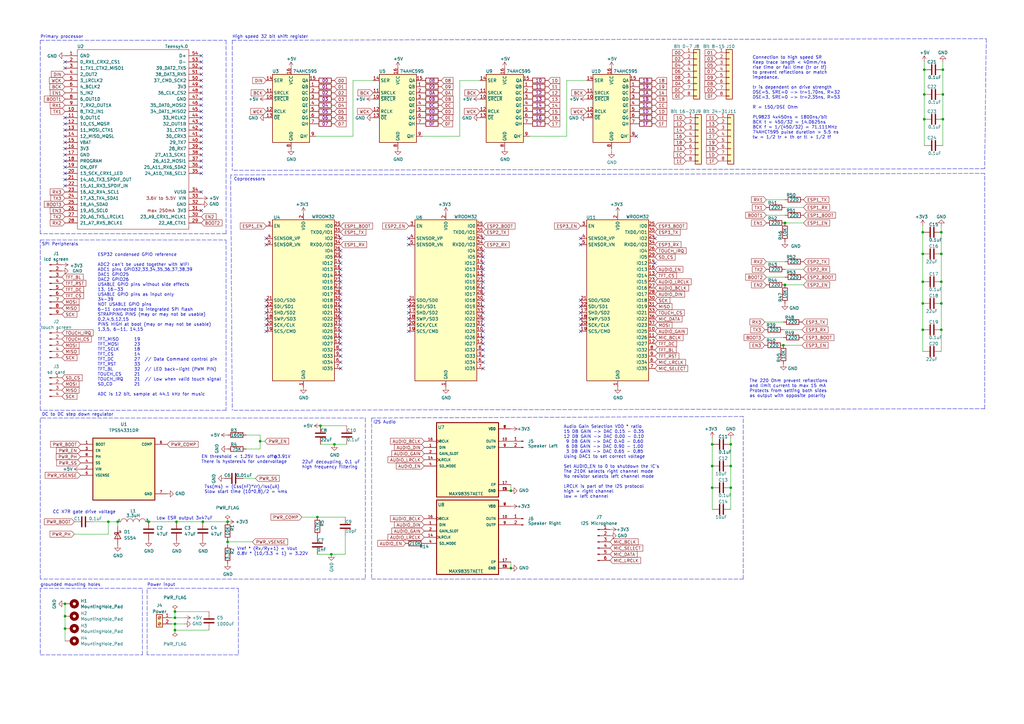
<source format=kicad_sch>
(kicad_sch (version 20211123) (generator eeschema)
  (paper "A3")
  (title_block (title "Mega Cube Board") (date "2022-01-02") (rev "V1.0") (company "Malt Whiskey"))
  (junction (at 299.72 182.245))
  (junction (at 93.345 213.995))
  (junction (at 72.39 213.995))
  (junction (at 48.26 213.995))
  (junction (at 386.715 48.895))
  (junction (at 292.1 200.025))
  (junction (at 292.1 182.245))
  (junction (at 379.095 48.895))
  (junction (at 321.945 91.44))
  (junction (at 71.755 255.905))
  (junction (at 379.095 28.575))
  (junction (at 26.67 252.73))
  (junction (at 135.89 227.33))
  (junction (at 71.755 250.825))
  (junction (at 93.345 222.25))
  (junction (at 386.08 115.57))
  (junction (at 209.55 233.045))
  (junction (at 378.46 115.57))
  (junction (at 292.1 191.135))
  (junction (at 209.55 201.295))
  (junction (at 71.755 258.445))
  (junction (at 44.45 213.995))
  (junction (at 386.08 104.14))
  (junction (at 321.31 141.605))
  (junction (at 299.72 200.025))
  (junction (at 386.715 28.575))
  (junction (at 378.46 135.255))
  (junction (at 83.185 213.995))
  (junction (at 386.715 38.735))
  (junction (at 131.445 174.625))
  (junction (at 378.46 104.14))
  (junction (at 378.46 95.25))
  (junction (at 106.68 180.975))
  (junction (at 299.72 191.135))
  (junction (at 321.945 116.84))
  (junction (at 26.67 257.81))
  (junction (at 386.08 95.25))
  (junction (at 378.46 124.46))
  (junction (at 137.16 182.245))
  (junction (at 379.095 38.735))
  (junction (at 386.08 135.255))
  (junction (at 71.755 253.365))
  (junction (at 26.67 247.65))
  (junction (at 60.96 213.995))
  (junction (at 386.08 124.46))
  (junction (at 130.175 212.09))
  (no_connect (at 238.125 100.33))
  (no_connect (at 167.64 130.81))
  (no_connect (at 82.55 66.04))
  (no_connect (at 238.125 133.35))
  (no_connect (at 26.67 76.2))
  (no_connect (at 198.12 148.59))
  (no_connect (at 198.12 113.03))
  (no_connect (at 139.7 133.35))
  (no_connect (at 238.125 97.79))
  (no_connect (at 26.67 50.8))
  (no_connect (at 139.7 113.03))
  (no_connect (at 139.7 110.49))
  (no_connect (at 238.125 130.81))
  (no_connect (at 268.605 97.79))
  (no_connect (at 26.67 58.42))
  (no_connect (at 82.55 78.74))
  (no_connect (at 260.985 55.88))
  (no_connect (at 26.67 55.88))
  (no_connect (at 198.12 151.13))
  (no_connect (at 139.7 105.41))
  (no_connect (at 26.67 73.66))
  (no_connect (at 82.55 55.88))
  (no_connect (at 109.22 133.35))
  (no_connect (at 82.55 40.64))
  (no_connect (at 109.22 128.27))
  (no_connect (at 82.55 27.94))
  (no_connect (at 238.125 135.89))
  (no_connect (at 198.12 97.79))
  (no_connect (at 238.125 125.73))
  (no_connect (at 139.7 148.59))
  (no_connect (at 198.12 115.57))
  (no_connect (at 198.12 118.11))
  (no_connect (at 82.55 68.58))
  (no_connect (at 198.12 120.65))
  (no_connect (at 198.12 128.27))
  (no_connect (at 82.55 45.72))
  (no_connect (at 167.64 133.35))
  (no_connect (at 268.605 107.95))
  (no_connect (at 198.12 102.87))
  (no_connect (at 167.64 135.89))
  (no_connect (at 82.55 25.4))
  (no_connect (at 82.55 30.48))
  (no_connect (at 198.12 135.89))
  (no_connect (at 26.67 48.26))
  (no_connect (at 139.7 123.19))
  (no_connect (at 139.7 146.05))
  (no_connect (at 198.12 107.95))
  (no_connect (at 82.55 50.8))
  (no_connect (at 139.7 151.13))
  (no_connect (at 139.7 140.97))
  (no_connect (at 139.7 135.89))
  (no_connect (at 198.12 110.49))
  (no_connect (at 167.64 97.79))
  (no_connect (at 139.7 97.79))
  (no_connect (at 139.7 120.65))
  (no_connect (at 198.12 138.43))
  (no_connect (at 139.7 128.27))
  (no_connect (at 82.55 71.12))
  (no_connect (at 82.55 86.36))
  (no_connect (at 82.55 33.02))
  (no_connect (at 26.67 60.96))
  (no_connect (at 26.67 27.94))
  (no_connect (at 26.67 25.4))
  (no_connect (at 139.7 125.73))
  (no_connect (at 109.22 100.33))
  (no_connect (at 26.67 63.5))
  (no_connect (at 82.55 60.96))
  (no_connect (at 139.7 102.87))
  (no_connect (at 198.12 143.51))
  (no_connect (at 82.55 48.26))
  (no_connect (at 82.55 53.34))
  (no_connect (at 26.67 66.04))
  (no_connect (at 109.22 125.73))
  (no_connect (at 198.12 125.73))
  (no_connect (at 109.22 130.81))
  (no_connect (at 238.125 128.27))
  (no_connect (at 198.12 123.19))
  (no_connect (at 82.55 38.1))
  (no_connect (at 167.64 123.19))
  (no_connect (at 109.22 97.79))
  (no_connect (at 26.67 53.34))
  (no_connect (at 109.22 135.89))
  (no_connect (at 26.67 68.58))
  (no_connect (at 167.64 100.33))
  (no_connect (at 109.22 123.19))
  (no_connect (at 198.12 105.41))
  (no_connect (at 198.12 130.81))
  (no_connect (at 198.12 140.97))
  (no_connect (at 82.55 35.56))
  (no_connect (at 26.67 71.12))
  (no_connect (at 82.55 22.86))
  (no_connect (at 82.55 43.18))
  (no_connect (at 198.12 146.05))
  (no_connect (at 139.7 143.51))
  (no_connect (at 82.55 58.42))
  (no_connect (at 238.125 123.19))
  (no_connect (at 82.55 63.5))
  (no_connect (at 139.7 138.43))
  (no_connect (at 167.64 128.27))
  (no_connect (at 167.64 125.73))
  (no_connect (at 139.7 115.57))
  (no_connect (at 139.7 130.81))
  (no_connect (at 139.7 118.11))
  (no_connect (at 198.12 133.35))
  (no_connect (at 139.7 107.95))
  (polyline (pts (xy 92.71 168.275) (xy 16.51 168.275)))
  (wire (pts (xy 48.26 213.995) (xy 48.26 215.9)))
  (wire (pts (xy 106.68 178.435) (xy 106.68 180.975)))
  (wire (pts (xy 26.67 257.81) (xy 26.67 252.73)))
  (wire (pts (xy 299.72 179.705) (xy 299.72 182.245)))
  (wire (pts (xy 386.08 115.57) (xy 386.08 124.46)))
  (wire (pts (xy 314.325 113.665) (xy 321.945 113.665)))
  (wire (pts (xy 232.41 55.88) (xy 232.41 33.02)))
  (wire (pts (xy 321.945 116.84) (xy 329.565 116.84)))
  (polyline (pts (xy 97.79 268.605) (xy 60.325 268.605)))
  (wire (pts (xy 379.095 25.4) (xy 379.095 28.575)))
  (wire (pts (xy 386.08 95.25) (xy 386.08 104.14)))
  (wire (pts (xy 131.445 174.625) (xy 142.24 174.625)))
  (polyline (pts (xy 60.325 241.3) (xy 97.79 241.3)))
  (polyline (pts (xy 58.42 241.3) (xy 16.51 241.3)))
  (wire (pts (xy 378.46 144.145) (xy 378.46 135.255)))
  (wire (pts (xy 26.67 252.73) (xy 26.67 247.65)))
  (polyline (pts (xy 403.86 167.64) (xy 95.25 168.275)))
  (wire (pts (xy 106.68 180.975) (xy 106.68 184.15)))
  (wire (pts (xy 123.825 212.09) (xy 130.175 212.09)))
  (polyline (pts (xy 403.86 167.64) (xy 403.86 71.12)))
  (wire (pts (xy 386.715 28.575) (xy 386.715 38.735)))
  (wire (pts (xy 100.965 178.435) (xy 106.68 178.435)))
  (polyline (pts (xy 149.86 171.45) (xy 149.86 237.49)))
  (wire (pts (xy 38.1 213.995) (xy 44.45 213.995)))
  (polyline (pts (xy 152.4 171.45) (xy 152.4 237.49)))
  (polyline (pts (xy 17.145 171.45) (xy 149.86 171.45)))
  (wire (pts (xy 379.095 28.575) (xy 379.095 38.735)))
  (polyline (pts (xy 92.71 98.425) (xy 92.71 168.275)))
  (polyline (pts (xy 16.51 171.45) (xy 17.145 171.45)))
  (wire (pts (xy 130.175 212.09) (xy 141.605 212.09)))
  (polyline (pts (xy 152.4 237.49) (xy 304.8 237.49)))
  (wire (pts (xy 188.595 55.88) (xy 188.595 33.02)))
  (wire (pts (xy 72.39 213.995) (xy 83.185 213.995)))
  (polyline (pts (xy 92.71 16.51) (xy 92.71 95.885)))
  (wire (pts (xy 217.17 55.88) (xy 232.41 55.88)))
  (wire (pts (xy 321.31 135.255) (xy 328.93 135.255)))
  (wire (pts (xy 321.945 91.44) (xy 329.565 91.44)))
  (wire (pts (xy 299.72 200.025) (xy 299.72 208.915)))
  (wire (pts (xy 313.69 132.08) (xy 321.31 132.08)))
  (wire (pts (xy 99.695 196.215) (xy 104.775 196.215)))
  (wire (pts (xy 83.185 213.995) (xy 93.345 213.995)))
  (wire (pts (xy 292.1 191.135) (xy 292.1 182.245)))
  (wire (pts (xy 93.345 222.25) (xy 103.505 222.25)))
  (wire (pts (xy 71.755 255.905) (xy 75.565 255.905)))
  (polyline (pts (xy 16.51 16.51) (xy 92.71 16.51)))
  (polyline (pts (xy 97.79 241.3) (xy 97.79 268.605)))
  (wire (pts (xy 314.325 81.915) (xy 321.945 81.915)))
  (polyline (pts (xy 403.86 69.215) (xy 95.25 69.85)))
  (polyline (pts (xy 94.615 71.755) (xy 95.25 168.275)))
  (polyline (pts (xy 16.51 16.51) (xy 16.51 95.885)))
  (wire (pts (xy 71.755 250.825) (xy 71.755 253.365)))
  (polyline (pts (xy 403.86 71.12) (xy 94.615 71.755)))
  (wire (pts (xy 209.55 198.755) (xy 209.55 201.295)))
  (wire (pts (xy 386.08 124.46) (xy 386.08 135.255)))
  (polyline (pts (xy 95.25 16.51) (xy 404.495 15.875)))
  (wire (pts (xy 93.345 222.25) (xy 93.345 223.52)))
  (wire (pts (xy 378.46 124.46) (xy 378.46 135.255)))
  (wire (pts (xy 292.1 208.915) (xy 292.1 200.025)))
  (wire (pts (xy 292.1 179.705) (xy 292.1 182.245)))
  (wire (pts (xy 44.45 219.075) (xy 44.45 213.995)))
  (wire (pts (xy 129.54 55.88) (xy 144.78 55.88)))
  (wire (pts (xy 60.96 213.995) (xy 72.39 213.995)))
  (wire (pts (xy 292.1 200.025) (xy 292.1 191.135)))
  (wire (pts (xy 386.715 48.895) (xy 386.715 59.69)))
  (polyline (pts (xy 152.4 171.45) (xy 304.8 170.815)))
  (wire (pts (xy 137.16 182.245) (xy 142.24 182.245)))
  (polyline (pts (xy 60.325 268.605) (xy 60.325 241.3)))
  (wire (pts (xy 130.175 227.33) (xy 135.89 227.33)))
  (wire (pts (xy 299.72 200.025) (xy 299.72 191.135)))
  (wire (pts (xy 71.755 258.445) (xy 85.725 258.445)))
  (polyline (pts (xy 95.25 16.51) (xy 95.25 69.85)))
  (wire (pts (xy 379.095 48.895) (xy 379.095 59.69)))
  (wire (pts (xy 30.48 219.075) (xy 44.45 219.075)))
  (wire (pts (xy 106.68 180.975) (xy 108.585 180.975)))
  (wire (pts (xy 144.78 55.88) (xy 144.78 33.02)))
  (wire (pts (xy 313.69 138.43) (xy 321.31 138.43)))
  (wire (pts (xy 250.825 60.96) (xy 250.825 62.23)))
  (polyline (pts (xy 16.51 241.3) (xy 16.51 268.605)))
  (wire (pts (xy 378.46 95.25) (xy 378.46 104.14)))
  (wire (pts (xy 321.31 141.605) (xy 328.93 141.605)))
  (wire (pts (xy 379.095 38.735) (xy 379.095 48.895)))
  (polyline (pts (xy 16.51 168.275) (xy 16.51 98.425)))
  (polyline (pts (xy 16.51 268.605) (xy 58.42 268.605)))
  (wire (pts (xy 378.46 92.71) (xy 378.46 95.25)))
  (wire (pts (xy 378.46 104.14) (xy 378.46 115.57)))
  (wire (pts (xy 141.605 227.33) (xy 141.605 219.71)))
  (polyline (pts (xy 404.495 15.875) (xy 403.86 69.215)))
  (wire (pts (xy 299.72 182.245) (xy 299.72 191.135)))
  (polyline (pts (xy 16.51 237.49) (xy 16.51 171.45)))
  (wire (pts (xy 321.945 85.09) (xy 329.565 85.09)))
  (wire (pts (xy 314.325 107.315) (xy 321.945 107.315)))
  (wire (pts (xy 209.55 230.505) (xy 209.55 233.045)))
  (wire (pts (xy 71.755 253.365) (xy 75.565 253.365)))
  (wire (pts (xy 314.325 88.265) (xy 321.945 88.265)))
  (polyline (pts (xy 304.8 237.49) (xy 304.8 170.815)))
  (wire (pts (xy 70.485 255.905) (xy 71.755 255.905)))
  (polyline (pts (xy 92.71 95.885) (xy 16.51 95.885)))
  (wire (pts (xy 386.08 92.71) (xy 386.08 95.25)))
  (wire (pts (xy 44.45 213.995) (xy 48.26 213.995)))
  (wire (pts (xy 85.725 250.825) (xy 71.755 250.825)))
  (wire (pts (xy 386.715 38.735) (xy 386.715 48.895)))
  (wire (pts (xy 386.08 104.14) (xy 386.08 115.57)))
  (wire (pts (xy 93.345 221.615) (xy 93.345 222.25)))
  (wire (pts (xy 26.67 262.89) (xy 26.67 257.81)))
  (wire (pts (xy 378.46 115.57) (xy 378.46 124.46)))
  (wire (pts (xy 321.945 110.49) (xy 329.565 110.49)))
  (wire (pts (xy 173.355 55.88) (xy 188.595 55.88)))
  (polyline (pts (xy 16.51 98.425) (xy 92.71 98.425)))
  (wire (pts (xy 386.715 25.4) (xy 386.715 28.575)))
  (wire (pts (xy 144.78 33.02) (xy 153.035 33.02)))
  (wire (pts (xy 100.965 184.15) (xy 106.68 184.15)))
  (wire (pts (xy 188.595 33.02) (xy 196.85 33.02)))
  (wire (pts (xy 232.41 33.02) (xy 240.665 33.02)))
  (wire (pts (xy 71.755 255.905) (xy 71.755 258.445)))
  (wire (pts (xy 135.89 227.33) (xy 141.605 227.33)))
  (polyline (pts (xy 58.42 268.605) (xy 58.42 241.3)))
  (wire (pts (xy 131.445 182.245) (xy 137.16 182.245)))
  (wire (pts (xy 70.485 253.365) (xy 71.755 253.365)))
  (polyline (pts (xy 149.86 237.49) (xy 16.51 237.49)))
  (wire (pts (xy 386.08 135.255) (xy 386.08 144.145)))
  (text "CC X7R gate drive voltage" (at 21.59 210.82 0) (effects (font (size 1.27 1.27)) (justify left bottom)))
  (text "SPI Peripherals" (at 17.145 100.965 0) (effects (font (size 1.27 1.27)) (justify left bottom)))
  (text "22uF decoupling, 0.1 uF\nhigh frequency filtering" (at 123.825 192.405 0) (effects (font (size 1.27 1.27)) (justify left bottom)))
  (text "ESP32 condensed GPIO reference\n\nADC2 can't be used together with WIFI\nADC1 pins GPIO32,33,34,35,36,37,38,39\nDAC1 GPIO25\nDAC2 GPIO26 \nUSABLE GPIO pins without side effects\n13, 16-33\nUSABLE GPIO pins as input only\n34-39\nNOT USABLE GPIO pins\n6-11 connected to integrated SPI flash\nSTRAPPING PINS (may or may not be usable)\n0,2,4,5,12,15\nPINS HIGH at boot (may or may not be usable)\n1,3,5, 6-11, 14,15\n\nTFT_MISO	19\nTFT_MOSI	23\nTFT_SCLK	18\nTFT_CS		14\nTFT_DC		27  // Data Command control pin\nTFT_RST		33\nTFT_BL		32  // LED back-light (PWM PIN)\nTOUCH_CS	21\nTOUCH_IRQ	21  // Low when valid touch signal\nSD_CD		21\n\nADC is 12 bit, sample at 44.1 kHz for music" (at 40.005 162.56 0) (effects (font (size 1.27 1.27)) (justify left bottom)))
  (text "Vref * (Rx/Ry+1) = Vout\n0.8V * (10/3.3 + 1) = 3.22V" (at 97.155 227.965 0) (effects (font (size 1.27 1.27)) (justify left bottom)))
  (text "High speed 32 bit shift register" (at 95.25 15.875 0) (effects (font (size 1.27 1.27)) (justify left bottom)))
  (text "Power input" (at 60.325 240.665 0) (effects (font (size 1.27 1.27)) (justify left bottom)))
  (text "DC to DC step down regulator" (at 17.145 170.815 0) (effects (font (size 1.27 1.27)) (justify left bottom)))
  (text "Connection to high speed SR\nKeep trace length < 40mm/ns\nrise time or fall time (tr or tf)\nto prevent reflections or match\nimpedance.\n\ntr is dependent on drive strength\nDSE=5, SRE=0 -> tr=1.70ns, R=32\nDSE=3, SRE=0 -> tr=2.35ns, R=53\n\nR = 150/DSE Ohm\n\nPL9823 4x450ns = 1800ns/bit\nBCK t = 450/32 = 14.0625ns\nBCK f = 1/(450/32) = 71.111MHz\n74AHCT595 pulse duration > 5.5 ns\ntw = 1/2 tr + th or tl + 1/2 tf" (at 308.61 57.15 0) (effects (font (size 1.27 1.27)) (justify left bottom)))
  (text "The 220 Ohm prevent reflections\nand limit current to max 15 mA\nProtects from setting both sides\nas output with opposite polarity" (at 307.34 163.195 0) (effects (font (size 1.27 1.27)) (justify left bottom)))
  (text "grounded mounting holes" (at 16.51 240.665 0) (effects (font (size 1.27 1.27)) (justify left bottom)))
  (text "Tss(ms) = (Css(nF)*Vr)/Iss(uA)\nSlow start time (10*0,8)/2 = 4ms" (at 83.82 202.565 0) (effects (font (size 1.27 1.27)) (justify left bottom)))
  (text "EN threshold < 1.25V turn off@3.91V\nThere is hysteresis for undervoltage\n\n\n" (at 82.55 194.31 0) (effects (font (size 1.27 1.27)) (justify left bottom)))
  (text "Audio Gain Selection VDD * ratio\n15 DB GAIN -> DAC 0.15 - 0.35\n12 DB GAIN -> DAC 0.00 - 0.10\n 9 DB GAIN -> DAC 0.40 - 0.60\n 6 DB GAIN -> DAC 0.90 - 1.00\n 3 DB GAIN -> DAC 0.65 - 0.85\nUsing DAC1 to set correct voltage\n\nSet AUDIO_EN to 0 to shutdown the IC's\nThe 210K selects right channel mode\nNo resistor selects left channel mode\n\nLRCLK is part of the I2S protocol\nhigh = right channel\nlow = left channel" (at 231.14 204.47 0) (effects (font (size 1.27 1.27)) (justify left bottom)))
  (text "Primary processor" (at 16.51 15.875 0) (effects (font (size 1.27 1.27)) (justify left bottom)))
  (text "Low ESR output 3x47uF\n" (at 64.135 213.36 0) (effects (font (size 1.27 1.27)) (justify left bottom)))
  (text "Coprocessors" (at 95.885 74.295 0) (effects (font (size 1.27 1.27)) (justify left bottom)))
  (text "I2S Audio" (at 153.035 173.99 0) (effects (font (size 1.27 1.27)) (justify left bottom)))
  (global_label "MISO" (shape input) (at 25.4 126.365 0) (property "Intersheet References" "${INTERSHEET_REFS}" (effects hide)))
  (global_label "ESP3_EN" (shape input) (at 328.93 141.605 0) (property "Intersheet References" "${INTERSHEET_REFS}" (effects hide)))
  (global_label "ESP1_BOOT" (shape input) (at 329.565 88.265 0) (property "Intersheet References" "${INTERSHEET_REFS}" (effects hide)))
  (global_label "MIC_SELECT" (shape input) (at 268.605 151.13 0) (property "Intersheet References" "${INTERSHEET_REFS}" (effects hide)))
  (global_label "SCK" (shape input) (at 25.4 146.685 0) (property "Intersheet References" "${INTERSHEET_REFS}" (effects hide)))
  (global_label "ESP2_BOOT" (shape input) (at 329.565 113.665 0) (property "Intersheet References" "${INTERSHEET_REFS}" (effects hide)))
  (global_label "TOUCH_CS" (shape input) (at 268.605 128.27 0) (property "Intersheet References" "${INTERSHEET_REFS}" (effects hide)))
  (global_label "00" (shape input) (at 280.67 21.59 180) (property "Intersheet References" "${INTERSHEET_REFS}" (effects hide)))
  (global_label "12" (shape input) (at 224.79 38.1 0) (property "Intersheet References" "${INTERSHEET_REFS}" (effects hide)))
  (global_label "ESP3_TX" (shape input) (at 328.93 132.08 0) (property "Intersheet References" "${INTERSHEET_REFS}" (effects hide)))
  (global_label "AUDIO_BCLK" (shape input) (at 173.99 212.725 180) (property "Intersheet References" "${INTERSHEET_REFS}" (effects hide)))
  (global_label "10" (shape input) (at 224.79 33.02 0) (property "Intersheet References" "${INTERSHEET_REFS}" (effects hide)))
  (global_label "BOOT1" (shape input) (at 314.325 88.265 180) (property "Intersheet References" "${INTERSHEET_REFS}" (effects hide)))
  (global_label "EN3" (shape input) (at 26.67 86.36 180) (property "Intersheet References" "${INTERSHEET_REFS}" (effects hide)))
  (global_label "AUDIO_LRCLK" (shape input) (at 173.99 220.345 180) (property "Intersheet References" "${INTERSHEET_REFS}" (effects hide)))
  (global_label "10" (shape input) (at 281.305 48.26 180) (property "Intersheet References" "${INTERSHEET_REFS}" (effects hide)))
  (global_label "WCK" (shape input) (at 196.85 45.72 180) (property "Intersheet References" "${INTERSHEET_REFS}" (effects hide)))
  (global_label "0E" (shape input) (at 280.67 39.37 180) (property "Intersheet References" "${INTERSHEET_REFS}" (effects hide)))
  (global_label "BCK" (shape input) (at 153.035 38.1 180) (property "Intersheet References" "${INTERSHEET_REFS}" (effects hide)))
  (global_label "AUDIO_LRCLK" (shape input) (at 173.99 188.595 180) (property "Intersheet References" "${INTERSHEET_REFS}" (effects hide)))
  (global_label "1E" (shape input) (at 268.605 48.26 0) (property "Intersheet References" "${INTERSHEET_REFS}" (effects hide)))
  (global_label "13" (shape input) (at 294.64 50.8 180) (property "Intersheet References" "${INTERSHEET_REFS}" (effects hide)))
  (global_label "0B" (shape input) (at 180.975 40.64 0) (property "Intersheet References" "${INTERSHEET_REFS}" (effects hide)))
  (global_label "04" (shape input) (at 280.67 26.67 180) (property "Intersheet References" "${INTERSHEET_REFS}" (effects hide)))
  (global_label "PWR_BOOT" (shape input) (at 33.02 182.245 180) (property "Intersheet References" "${INTERSHEET_REFS}" (effects hide)))
  (global_label "ESP2_RX" (shape input) (at 329.565 110.49 0) (property "Intersheet References" "${INTERSHEET_REFS}" (effects hide)))
  (global_label "0F" (shape input) (at 294.005 39.37 180) (property "Intersheet References" "${INTERSHEET_REFS}" (effects hide)))
  (global_label "RX2" (shape input) (at 26.67 91.44 180) (property "Intersheet References" "${INTERSHEET_REFS}" (effects hide)))
  (global_label "AUDIO_DIN" (shape input) (at 173.99 215.265 180) (property "Intersheet References" "${INTERSHEET_REFS}" (effects hide)))
  (global_label "00" (shape input) (at 137.16 33.02 0) (property "Intersheet References" "${INTERSHEET_REFS}" (effects hide)))
  (global_label "12" (shape input) (at 281.305 50.8 180) (property "Intersheet References" "${INTERSHEET_REFS}" (effects hide)))
  (global_label "BCK" (shape input) (at 196.85 38.1 180) (property "Intersheet References" "${INTERSHEET_REFS}" (effects hide)))
  (global_label "RX1" (shape input) (at 314.325 81.915 180) (property "Intersheet References" "${INTERSHEET_REFS}" (effects hide)))
  (global_label "SCK" (shape input) (at 268.605 123.19 0) (property "Intersheet References" "${INTERSHEET_REFS}" (effects hide)))
  (global_label "RX2" (shape input) (at 314.325 107.315 180) (property "Intersheet References" "${INTERSHEET_REFS}" (effects hide)))
  (global_label "PWR_EN" (shape input) (at 108.585 180.975 0) (property "Intersheet References" "${INTERSHEET_REFS}" (effects hide)))
  (global_label "AUDIO_GAIN" (shape input) (at 173.99 186.055 180) (property "Intersheet References" "${INTERSHEET_REFS}" (effects hide)))
  (global_label "PWR_EN" (shape input) (at 33.02 184.785 180) (property "Intersheet References" "${INTERSHEET_REFS}" (effects hide)))
  (global_label "1A" (shape input) (at 281.305 60.96 180) (property "Intersheet References" "${INTERSHEET_REFS}" (effects hide)))
  (global_label "TOUCH_CS" (shape input) (at 25.4 139.065 0) (property "Intersheet References" "${INTERSHEET_REFS}" (effects hide)))
  (global_label "TFT_BL" (shape input) (at 25.4 113.665 0) (property "Intersheet References" "${INTERSHEET_REFS}" (effects hide)))
  (global_label "06" (shape input) (at 137.16 48.26 0) (property "Intersheet References" "${INTERSHEET_REFS}" (effects hide)))
  (global_label "PWR_BOOT" (shape input) (at 30.48 213.995 180) (property "Intersheet References" "${INTERSHEET_REFS}" (effects hide)))
  (global_label "EN1" (shape input) (at 314.325 91.44 180) (property "Intersheet References" "${INTERSHEET_REFS}" (effects hide)))
  (global_label "1B" (shape input) (at 294.64 60.96 180) (property "Intersheet References" "${INTERSHEET_REFS}" (effects hide)))
  (global_label "0B" (shape input) (at 294.005 34.29 180) (property "Intersheet References" "${INTERSHEET_REFS}" (effects hide)))
  (global_label "AUDIO_LRCLK" (shape input) (at 268.605 115.57 0) (property "Intersheet References" "${INTERSHEET_REFS}" (effects hide)))
  (global_label "BOOT2" (shape input) (at 314.325 113.665 180) (property "Intersheet References" "${INTERSHEET_REFS}" (effects hide)))
  (global_label "SD_CS" (shape input) (at 25.4 154.94 0) (property "Intersheet References" "${INTERSHEET_REFS}" (effects hide)))
  (global_label "TFT_BL" (shape input) (at 268.605 143.51 0) (property "Intersheet References" "${INTERSHEET_REFS}" (effects hide)))
  (global_label "17" (shape input) (at 294.64 55.88 180) (property "Intersheet References" "${INTERSHEET_REFS}" (effects hide)))
  (global_label "WCK" (shape input) (at 109.22 45.72 180) (property "Intersheet References" "${INTERSHEET_REFS}" (effects hide)))
  (global_label "0C" (shape input) (at 180.975 43.18 0) (property "Intersheet References" "${INTERSHEET_REFS}" (effects hide)))
  (global_label "AUDIO_DIN" (shape input) (at 173.99 183.515 180) (property "Intersheet References" "${INTERSHEET_REFS}" (effects hide)))
  (global_label "16" (shape input) (at 281.305 55.88 180) (property "Intersheet References" "${INTERSHEET_REFS}" (effects hide)))
  (global_label "WCK" (shape input) (at 240.665 45.72 180) (property "Intersheet References" "${INTERSHEET_REFS}" (effects hide)))
  (global_label "MISO" (shape input) (at 25.4 144.145 0) (property "Intersheet References" "${INTERSHEET_REFS}" (effects hide)))
  (global_label "16" (shape input) (at 224.79 48.26 0) (property "Intersheet References" "${INTERSHEET_REFS}" (effects hide)))
  (global_label "AUDIO_EN" (shape input) (at 166.37 222.885 180) (property "Intersheet References" "${INTERSHEET_REFS}" (effects hide)))
  (global_label "ESP1_EN" (shape input) (at 329.565 91.44 0) (property "Intersheet References" "${INTERSHEET_REFS}" (effects hide)))
  (global_label "TOUCH_IRQ" (shape input) (at 268.605 102.87 0) (property "Intersheet References" "${INTERSHEET_REFS}" (effects hide)))
  (global_label "1C" (shape input) (at 281.305 63.5 180) (property "Intersheet References" "${INTERSHEET_REFS}" (effects hide)))
  (global_label "05" (shape input) (at 137.16 45.72 0) (property "Intersheet References" "${INTERSHEET_REFS}" (effects hide)))
  (global_label "RX3" (shape input) (at 313.69 132.08 180) (property "Intersheet References" "${INTERSHEET_REFS}" (effects hide)))
  (global_label "DIN" (shape input) (at 109.22 33.02 180) (property "Intersheet References" "${INTERSHEET_REFS}" (effects hide)))
  (global_label "03" (shape input) (at 294.005 24.13 180) (property "Intersheet References" "${INTERSHEET_REFS}" (effects hide)))
  (global_label "0A" (shape input) (at 280.67 34.29 180) (property "Intersheet References" "${INTERSHEET_REFS}" (effects hide)))
  (global_label "EN2" (shape input) (at 314.325 116.84 180) (property "Intersheet References" "${INTERSHEET_REFS}" (effects hide)))
  (global_label "RX1" (shape input) (at 26.67 43.18 180) (property "Intersheet References" "${INTERSHEET_REFS}" (effects hide)))
  (global_label "18" (shape input) (at 268.605 33.02 0) (property "Intersheet References" "${INTERSHEET_REFS}" (effects hide)))
  (global_label "TFT_DC" (shape input) (at 25.4 118.745 0) (property "Intersheet References" "${INTERSHEET_REFS}" (effects hide)))
  (global_label "TFT_CS" (shape input) (at 25.4 121.285 0) (property "Intersheet References" "${INTERSHEET_REFS}" (effects hide)))
  (global_label "01" (shape input) (at 137.16 35.56 0) (property "Intersheet References" "${INTERSHEET_REFS}" (effects hide)))
  (global_label "MOSI" (shape input) (at 268.605 133.35 0) (property "Intersheet References" "${INTERSHEET_REFS}" (effects hide)))
  (global_label "MIC_BCLK" (shape input) (at 250.19 222.25 0) (property "Intersheet References" "${INTERSHEET_REFS}" (effects hide)))
  (global_label "PWR_SS" (shape input) (at 33.02 189.865 180) (property "Intersheet References" "${INTERSHEET_REFS}" (effects hide)))
  (global_label "0D" (shape input) (at 294.005 36.83 180) (property "Intersheet References" "${INTERSHEET_REFS}" (effects hide)))
  (global_label "09" (shape input) (at 180.975 35.56 0) (property "Intersheet References" "${INTERSHEET_REFS}" (effects hide)))
  (global_label "ESP2_BOOT" (shape input) (at 198.12 92.71 0) (property "Intersheet References" "${INTERSHEET_REFS}" (effects hide)))
  (global_label "ESP1_BOOT" (shape input) (at 139.7 92.71 0) (property "Intersheet References" "${INTERSHEET_REFS}" (effects hide)))
  (global_label "1B" (shape input) (at 268.605 40.64 0) (property "Intersheet References" "${INTERSHEET_REFS}" (effects hide)))
  (global_label "TFT_CS" (shape input) (at 268.605 113.03 0) (property "Intersheet References" "${INTERSHEET_REFS}" (effects hide)))
  (global_label "ESP1_TX" (shape input) (at 139.7 95.25 0) (property "Intersheet References" "${INTERSHEET_REFS}" (effects hide)))
  (global_label "15" (shape input) (at 294.64 53.34 180) (property "Intersheet References" "${INTERSHEET_REFS}" (effects hide)))
  (global_label "0A" (shape input) (at 180.975 38.1 0) (property "Intersheet References" "${INTERSHEET_REFS}" (effects hide)))
  (global_label "PWR_SS" (shape input) (at 104.775 196.215 0) (property "Intersheet References" "${INTERSHEET_REFS}" (effects hide)))
  (global_label "EN1" (shape input) (at 26.67 38.1 180) (property "Intersheet References" "${INTERSHEET_REFS}" (effects hide)))
  (global_label "WCK" (shape input) (at 26.67 33.02 180) (property "Intersheet References" "${INTERSHEET_REFS}" (effects hide)))
  (global_label "AUDIO_EN" (shape input) (at 268.605 110.49 0) (property "Intersheet References" "${INTERSHEET_REFS}" (effects hide)))
  (global_label "WCK" (shape input) (at 153.035 45.72 180) (property "Intersheet References" "${INTERSHEET_REFS}" (effects hide)))
  (global_label "ESP3_BOOT" (shape input) (at 268.605 92.71 0) (property "Intersheet References" "${INTERSHEET_REFS}" (effects hide)))
  (global_label "MIC_BCLK" (shape input) (at 268.605 138.43 0) (property "Intersheet References" "${INTERSHEET_REFS}" (effects hide)))
  (global_label "PWR_VSENSE" (shape input) (at 103.505 222.25 0) (property "Intersheet References" "${INTERSHEET_REFS}" (effects hide)))
  (global_label "TX2" (shape input) (at 314.325 110.49 180) (property "Intersheet References" "${INTERSHEET_REFS}" (effects hide)))
  (global_label "TX3" (shape input) (at 26.67 81.28 180) (property "Intersheet References" "${INTERSHEET_REFS}" (effects hide)))
  (global_label "TX3" (shape input) (at 313.69 135.255 180) (property "Intersheet References" "${INTERSHEET_REFS}" (effects hide)))
  (global_label "TX1" (shape input) (at 26.67 45.72 180) (property "Intersheet References" "${INTERSHEET_REFS}" (effects hide)))
  (global_label "ESP3_RX" (shape input) (at 328.93 135.255 0) (property "Intersheet References" "${INTERSHEET_REFS}" (effects hide)))
  (global_label "BOOT1" (shape input) (at 26.67 40.64 180) (property "Intersheet References" "${INTERSHEET_REFS}" (effects hide)))
  (global_label "ESP2_EN" (shape input) (at 329.565 116.84 0) (property "Intersheet References" "${INTERSHEET_REFS}" (effects hide)))
  (global_label "BCK" (shape input) (at 26.67 35.56 180) (property "Intersheet References" "${INTERSHEET_REFS}" (effects hide)))
  (global_label "BOOT3" (shape input) (at 313.69 138.43 180) (property "Intersheet References" "${INTERSHEET_REFS}" (effects hide)))
  (global_label "SCK" (shape input) (at 25.4 162.56 0) (property "Intersheet References" "${INTERSHEET_REFS}" (effects hide)))
  (global_label "MOSI" (shape input) (at 25.4 123.825 0) (property "Intersheet References" "${INTERSHEET_REFS}" (effects hide)))
  (global_label "TFT_RST" (shape input) (at 25.4 116.205 0) (property "Intersheet References" "${INTERSHEET_REFS}" (effects hide)))
  (global_label "ESP1_EN" (shape input) (at 109.22 92.71 180) (property "Intersheet References" "${INTERSHEET_REFS}" (effects hide)))
  (global_label "EN2" (shape input) (at 82.55 88.9 0) (property "Intersheet References" "${INTERSHEET_REFS}" (effects hide)))
  (global_label "PWR_PH" (shape input) (at 30.48 219.075 180) (property "Intersheet References" "${INTERSHEET_REFS}" (effects hide)))
  (global_label "DIN" (shape input) (at 26.67 30.48 180) (property "Intersheet References" "${INTERSHEET_REFS}" (effects hide)))
  (global_label "BCK" (shape input) (at 109.22 38.1 180) (property "Intersheet References" "${INTERSHEET_REFS}" (effects hide)))
  (global_label "14" (shape input) (at 224.79 43.18 0) (property "Intersheet References" "${INTERSHEET_REFS}" (effects hide)))
  (global_label "ESP2_TX" (shape input) (at 329.565 107.315 0) (property "Intersheet References" "${INTERSHEET_REFS}" (effects hide)))
  (global_label "TFT_DC" (shape input) (at 268.605 140.97 0) (property "Intersheet References" "${INTERSHEET_REFS}" (effects hide)))
  (global_label "MIC_DATA" (shape input) (at 268.605 130.81 0) (property "Intersheet References" "${INTERSHEET_REFS}" (effects hide)))
  (global_label "ESP1_RX" (shape input) (at 139.7 100.33 0) (property "Intersheet References" "${INTERSHEET_REFS}" (effects hide)))
  (global_label "ESP2_TX" (shape input) (at 198.12 95.25 0) (property "Intersheet References" "${INTERSHEET_REFS}" (effects hide)))
  (global_label "MIC_LRCLK" (shape input) (at 250.19 229.87 0) (property "Intersheet References" "${INTERSHEET_REFS}" (effects hide)))
  (global_label "15" (shape input) (at 224.79 45.72 0) (property "Intersheet References" "${INTERSHEET_REFS}" (effects hide)))
  (global_label "18" (shape input) (at 281.305 58.42 180) (property "Intersheet References" "${INTERSHEET_REFS}" (effects hide)))
  (global_label "SCK" (shape input) (at 25.4 128.905 0) (property "Intersheet References" "${INTERSHEET_REFS}" (effects hide)))
  (global_label "AUDIO_BCLK" (shape input) (at 173.99 180.975 180) (property "Intersheet References" "${INTERSHEET_REFS}" (effects hide)))
  (global_label "07" (shape input) (at 137.16 50.8 0) (property "Intersheet References" "${INTERSHEET_REFS}" (effects hide)))
  (global_label "13" (shape input) (at 224.79 40.64 0) (property "Intersheet References" "${INTERSHEET_REFS}" (effects hide)))
  (global_label "TFT_RST" (shape input) (at 268.605 146.05 0) (property "Intersheet References" "${INTERSHEET_REFS}" (effects hide)))
  (global_label "ESP3_BOOT" (shape input) (at 328.93 138.43 0) (property "Intersheet References" "${INTERSHEET_REFS}" (effects hide)))
  (global_label "09" (shape input) (at 294.005 31.75 180) (property "Intersheet References" "${INTERSHEET_REFS}" (effects hide)))
  (global_label "08" (shape input) (at 180.975 33.02 0) (property "Intersheet References" "${INTERSHEET_REFS}" (effects hide)))
  (global_label "06" (shape input) (at 280.67 29.21 180) (property "Intersheet References" "${INTERSHEET_REFS}" (effects hide)))
  (global_label "EN3" (shape input) (at 313.69 141.605 180) (property "Intersheet References" "${INTERSHEET_REFS}" (effects hide)))
  (global_label "04" (shape input) (at 137.16 43.18 0) (property "Intersheet References" "${INTERSHEET_REFS}" (effects hide)))
  (global_label "MISO" (shape input) (at 25.4 160.02 0) (property "Intersheet References" "${INTERSHEET_REFS}" (effects hide)))
  (global_label "02" (shape input) (at 280.67 24.13 180) (property "Intersheet References" "${INTERSHEET_REFS}" (effects hide)))
  (global_label "RX3" (shape input) (at 26.67 78.74 180) (property "Intersheet References" "${INTERSHEET_REFS}" (effects hide)))
  (global_label "1E" (shape input) (at 281.305 66.04 180) (property "Intersheet References" "${INTERSHEET_REFS}" (effects hide)))
  (global_label "ESP1_TX" (shape input) (at 329.565 81.915 0) (property "Intersheet References" "${INTERSHEET_REFS}" (effects hide)))
  (global_label "MIC_DATA" (shape input) (at 250.19 227.33 0) (property "Intersheet References" "${INTERSHEET_REFS}" (effects hide)))
  (global_label "11" (shape input) (at 294.64 48.26 180) (property "Intersheet References" "${INTERSHEET_REFS}" (effects hide)))
  (global_label "1A" (shape input) (at 268.605 38.1 0) (property "Intersheet References" "${INTERSHEET_REFS}" (effects hide)))
  (global_label "0F" (shape input) (at 180.975 50.8 0) (property "Intersheet References" "${INTERSHEET_REFS}" (effects hide)))
  (global_label "1D" (shape input) (at 268.605 45.72 0) (property "Intersheet References" "${INTERSHEET_REFS}" (effects hide)))
  (global_label "1C" (shape input) (at 268.605 43.18 0) (property "Intersheet References" "${INTERSHEET_REFS}" (effects hide)))
  (global_label "MIC_LRCLK" (shape input) (at 268.605 148.59 0) (property "Intersheet References" "${INTERSHEET_REFS}" (effects hide)))
  (global_label "19" (shape input) (at 294.64 58.42 180) (property "Intersheet References" "${INTERSHEET_REFS}" (effects hide)))
  (global_label "AUDIO_BCLK" (shape input) (at 268.605 118.11 0) (property "Intersheet References" "${INTERSHEET_REFS}" (effects hide)))
  (global_label "1F" (shape input) (at 268.605 50.8 0) (property "Intersheet References" "${INTERSHEET_REFS}" (effects hide)))
  (global_label "PWR_VSENSE" (shape input) (at 33.02 194.945 180) (property "Intersheet References" "${INTERSHEET_REFS}" (effects hide)))
  (global_label "BOOT2" (shape input) (at 82.55 91.44 0) (property "Intersheet References" "${INTERSHEET_REFS}" (effects hide)))
  (global_label "1F" (shape input) (at 294.64 66.04 180) (property "Intersheet References" "${INTERSHEET_REFS}" (effects hide)))
  (global_label "AUDIO_EN" (shape input) (at 173.99 191.135 180) (property "Intersheet References" "${INTERSHEET_REFS}" (effects hide)))
  (global_label "05" (shape input) (at 294.005 26.67 180) (property "Intersheet References" "${INTERSHEET_REFS}" (effects hide)))
  (global_label "01" (shape input) (at 294.005 21.59 180) (property "Intersheet References" "${INTERSHEET_REFS}" (effects hide)))
  (global_label "0D" (shape input) (at 180.975 45.72 0) (property "Intersheet References" "${INTERSHEET_REFS}" (effects hide)))
  (global_label "1D" (shape input) (at 294.64 63.5 180) (property "Intersheet References" "${INTERSHEET_REFS}" (effects hide)))
  (global_label "PWR_PH" (shape input) (at 33.02 187.325 180) (property "Intersheet References" "${INTERSHEET_REFS}" (effects hide)))
  (global_label "02" (shape input) (at 137.16 38.1 0) (property "Intersheet References" "${INTERSHEET_REFS}" (effects hide)))
  (global_label "PWR_COMP" (shape input) (at 68.58 182.245 0) (property "Intersheet References" "${INTERSHEET_REFS}" (effects hide)))
  (global_label "SD_CS" (shape input) (at 268.605 105.41 0) (property "Intersheet References" "${INTERSHEET_REFS}" (effects hide)))
  (global_label "BCK" (shape input) (at 240.665 38.1 180) (property "Intersheet References" "${INTERSHEET_REFS}" (effects hide)))
  (global_label "ESP3_TX" (shape input) (at 268.605 95.25 0) (property "Intersheet References" "${INTERSHEET_REFS}" (effects hide)))
  (global_label "ESP3_RX" (shape input) (at 268.605 100.33 0) (property "Intersheet References" "${INTERSHEET_REFS}" (effects hide)))
  (global_label "0E" (shape input) (at 180.975 48.26 0) (property "Intersheet References" "${INTERSHEET_REFS}" (effects hide)))
  (global_label "07" (shape input) (at 294.005 29.21 180) (property "Intersheet References" "${INTERSHEET_REFS}" (effects hide)))
  (global_label "ESP1_RX" (shape input) (at 329.565 85.09 0) (property "Intersheet References" "${INTERSHEET_REFS}" (effects hide)))
  (global_label "03" (shape input) (at 137.16 40.64 0) (property "Intersheet References" "${INTERSHEET_REFS}" (effects hide)))
  (global_label "TX2" (shape input) (at 26.67 88.9 180) (property "Intersheet References" "${INTERSHEET_REFS}" (effects hide)))
  (global_label "08" (shape input) (at 280.67 31.75 180) (property "Intersheet References" "${INTERSHEET_REFS}" (effects hide)))
  (global_label "MOSI" (shape input) (at 25.4 157.48 0) (property "Intersheet References" "${INTERSHEET_REFS}" (effects hide)))
  (global_label "ESP3_EN" (shape input) (at 238.125 92.71 180) (property "Intersheet References" "${INTERSHEET_REFS}" (effects hide)))
  (global_label "11" (shape input) (at 224.79 35.56 0) (property "Intersheet References" "${INTERSHEET_REFS}" (effects hide)))
  (global_label "14" (shape input) (at 281.305 53.34 180) (property "Intersheet References" "${INTERSHEET_REFS}" (effects hide)))
  (global_label "MIC_SELECT" (shape input) (at 250.19 224.79 0) (property "Intersheet References" "${INTERSHEET_REFS}" (effects hide)))
  (global_label "AUDIO_GAIN" (shape input) (at 173.99 217.805 180) (property "Intersheet References" "${INTERSHEET_REFS}" (effects hide)))
  (global_label "AUDIO_DIN" (shape input) (at 268.605 120.65 0) (property "Intersheet References" "${INTERSHEET_REFS}" (effects hide)))
  (global_label "ESP2_RX" (shape input) (at 198.12 100.33 0) (property "Intersheet References" "${INTERSHEET_REFS}" (effects hide)))
  (global_label "19" (shape input) (at 268.605 35.56 0) (property "Intersheet References" "${INTERSHEET_REFS}" (effects hide)))
  (global_label "PWR_COMP" (shape input) (at 123.825 212.09 180) (property "Intersheet References" "${INTERSHEET_REFS}" (effects hide)))
  (global_label "17" (shape input) (at 224.79 50.8 0) (property "Intersheet References" "${INTERSHEET_REFS}" (effects hide)))
  (global_label "AUDIO_GAIN" (shape input) (at 268.605 135.89 0) (property "Intersheet References" "${INTERSHEET_REFS}" (effects hide)))
  (global_label "TOUCH_IRQ" (shape input) (at 25.4 136.525 0) (property "Intersheet References" "${INTERSHEET_REFS}" (effects hide)))
  (global_label "0C" (shape input) (at 280.67 36.83 180) (property "Intersheet References" "${INTERSHEET_REFS}" (effects hide)))
  (global_label "ESP2_EN" (shape input) (at 167.64 92.71 180) (property "Intersheet References" "${INTERSHEET_REFS}" (effects hide)))
  (global_label "BOOT3" (shape input) (at 26.67 83.82 180) (property "Intersheet References" "${INTERSHEET_REFS}" (effects hide)))
  (global_label "TX1" (shape input) (at 314.325 85.09 180) (property "Intersheet References" "${INTERSHEET_REFS}" (effects hide)))
  (global_label "MISO" (shape input) (at 268.605 125.73 0) (property "Intersheet References" "${INTERSHEET_REFS}" (effects hide)))
  (global_label "MOSI" (shape input) (at 25.4 141.605 0) (property "Intersheet References" "${INTERSHEET_REFS}" (effects hide)))
  (symbol (lib_id "74xx:74AHC595") (at 119.38 43.18 0) (unit 1)
    (property "Reference" "U3" (at 113.03 29.21 0))
    (property "Value" "74AHC595" (at 125.095 29.21 0))
    (property "Footprint" "Package_SO:SOIC-16_3.9x9.9mm_P1.27mm" (effects hide))
    (property "Datasheet" "https://assets.nexperia.com/documents/data-sheet/74AHC_AHCT595.pdf" (effects hide))
  )
  (symbol (lib_id "power:GND") (at 109.22 48.26 270) (unit 1)
    (property "Reference" "#PWR021" (effects hide))
    (property "Value" "GND" (at 105.9688 48.387 90) (effects (justify right)))
  )
  (symbol (lib_id "power:GND") (at 119.38 60.96 0) (unit 1)
    (property "Reference" "#PWR023" (effects hide))
    (property "Value" "GND" (at 119.507 65.3542 0))
  )
  (symbol (lib_id "Connector_Generic:Conn_01x08") (at 285.75 29.21 0) (unit 1)
    (property "Reference" "J8" (at 284.48 19.05 0) (effects (justify left)))
    (property "Value" "Bit 0-7" (at 276.225 19.05 0) (effects (justify left)))
    (property "Footprint" "Connector_JST:JST_XH_B8B-XH-A_1x08_P2.50mm_Vertical" (effects hide))
  )
  (symbol (lib_id "74xx:74AHC595") (at 163.195 43.18 0) (unit 1)
    (property "Reference" "U5" (at 156.845 29.21 0))
    (property "Value" "74AHC595" (at 168.91 29.21 0))
    (property "Footprint" "Package_SO:SOIC-16_3.9x9.9mm_P1.27mm" (effects hide))
    (property "Datasheet" "https://assets.nexperia.com/documents/data-sheet/74AHC_AHCT595.pdf" (effects hide))
  )
  (symbol (lib_id "power:GND") (at 153.035 48.26 270) (unit 1)
    (property "Reference" "#PWR030" (effects hide))
    (property "Value" "GND" (at 149.7838 48.387 90) (effects (justify right)))
  )
  (symbol (lib_id "power:GND") (at 163.195 60.96 0) (unit 1)
    (property "Reference" "#PWR032" (effects hide))
    (property "Value" "GND" (at 163.322 65.3542 0))
  )
  (symbol (lib_id "Connector_Generic:Conn_01x08") (at 299.085 29.21 0) (unit 1)
    (property "Reference" "J10" (at 297.815 19.05 0) (effects (justify left)))
    (property "Value" "Bit 8-15" (at 288.29 19.05 0) (effects (justify left)))
    (property "Footprint" "Connector_JST:JST_XH_B8B-XH-A_1x08_P2.50mm_Vertical" (effects hide))
  )
  (symbol (lib_id "74xx:74AHC595") (at 207.01 43.18 0) (unit 1)
    (property "Reference" "U9" (at 200.66 29.21 0))
    (property "Value" "74AHC595" (at 212.725 29.21 0))
    (property "Footprint" "Package_SO:SOIC-16_3.9x9.9mm_P1.27mm" (effects hide))
    (property "Datasheet" "https://assets.nexperia.com/documents/data-sheet/74AHC_AHCT595.pdf" (effects hide))
  )
  (symbol (lib_id "power:GND") (at 196.85 48.26 270) (unit 1)
    (property "Reference" "#PWR036" (effects hide))
    (property "Value" "GND" (at 193.5988 48.387 90) (effects (justify right)))
  )
  (symbol (lib_id "power:GND") (at 207.01 60.96 0) (unit 1)
    (property "Reference" "#PWR038" (effects hide))
    (property "Value" "GND" (at 207.137 65.3542 0))
  )
  (symbol (lib_id "Connector_Generic:Conn_01x08") (at 286.385 55.88 0) (unit 1)
    (property "Reference" "J9" (at 285.115 45.72 0) (effects (justify left)))
    (property "Value" "Bit 16-23" (at 274.955 45.72 0) (effects (justify left)))
    (property "Footprint" "Connector_JST:JST_XH_B8B-XH-A_1x08_P2.50mm_Vertical" (effects hide))
  )
  (symbol (lib_id "74xx:74AHC595") (at 250.825 43.18 0) (unit 1)
    (property "Reference" "U10" (at 244.475 29.21 0))
    (property "Value" "74AHC595" (at 256.54 29.21 0))
    (property "Footprint" "Package_SO:SOIC-16_3.9x9.9mm_P1.27mm" (effects hide))
    (property "Datasheet" "https://assets.nexperia.com/documents/data-sheet/74AHC_AHCT595.pdf" (effects hide))
  )
  (symbol (lib_id "power:GND") (at 240.665 48.26 270) (unit 1)
    (property "Reference" "#PWR044" (effects hide))
    (property "Value" "GND" (at 237.4138 48.387 90) (effects (justify right)))
  )
  (symbol (lib_id "power:GND") (at 250.825 62.23 0) (unit 1)
    (property "Reference" "#PWR048" (effects hide))
    (property "Value" "GND" (at 250.952 66.6242 0))
  )
  (symbol (lib_id "Connector_Generic:Conn_01x08") (at 299.72 55.88 0) (unit 1)
    (property "Reference" "J11" (at 298.45 45.72 0) (effects (justify left)))
    (property "Value" "Bit 24-31" (at 288.29 45.72 0) (effects (justify left)))
    (property "Footprint" "Connector_JST:JST_XH_B8B-XH-A_1x08_P2.50mm_Vertical" (effects hide))
  )
  (symbol (lib_id "Connector:Screw_Terminal_01x02") (at 65.405 253.365 0) (mirror y) (unit 1)
    (property "Reference" "J4" (at 65.405 248.285 0))
    (property "Value" "Power" (at 65.405 250.825 0))
    (property "Footprint" "TerminalBlock:TerminalBlock_bornier-2_P5.08mm" (effects hide))
  )
  (symbol (lib_id "power:GND") (at 75.565 255.905 90) (unit 1)
    (property "Reference" "#PWR011" (effects hide))
    (property "Value" "GND" (at 78.8162 255.778 90) (effects (justify right)))
  )
  (symbol (lib_id "Connector:Conn_01x05_Male") (at 20.32 141.605 0) (unit 1)
    (property "Reference" "J2" (at 23.0632 131.9276 0))
    (property "Value" "touch screen" (at 23.0632 134.239 0))
    (property "Footprint" "Connector_JST:JST_XH_B5B-XH-A_1x05_P2.50mm_Vertical" (effects hide))
  )
  (symbol (lib_id "Connector:Conn_01x04_Male") (at 20.32 157.48 0) (unit 1)
    (property "Reference" "J3" (at 23.0632 150.3426 0))
    (property "Value" "sd card" (at 23.0632 152.654 0))
    (property "Footprint" "Connector_JST:JST_XH_B4B-XH-A_1x04_P2.50mm_Vertical" (effects hide))
  )
  (symbol (lib_id "Connector:Conn_01x09_Male") (at 20.32 118.745 0) (unit 1)
    (property "Reference" "J1" (at 23.0632 103.9876 0))
    (property "Value" "lcd screen" (at 23.0632 106.299 0))
    (property "Footprint" "Connector_JST:JST_XH_B9B-XH-A_1x09_P2.50mm_Vertical" (effects hide))
  )
  (symbol (lib_id "Mechanical:MountingHole_Pad") (at 29.21 247.65 270) (unit 1)
    (property "Reference" "H1" (at 33.02 246.4816 90) (effects (justify left)))
    (property "Value" "MountingHole_Pad" (at 33.02 248.793 90) (effects (justify left)))
    (property "Footprint" "MountingHole:MountingHole_3.2mm_M3_Pad_Via" (effects hide))
  )
  (symbol (lib_id "power:GND") (at 26.67 247.65 270) (unit 1)
    (property "Reference" "#PWR04" (effects hide))
    (property "Value" "GND" (at 22.2758 247.777 0))
  )
  (symbol (lib_id "Mechanical:MountingHole_Pad") (at 29.21 252.73 270) (unit 1)
    (property "Reference" "H2" (at 33.02 251.5616 90) (effects (justify left)))
    (property "Value" "MountingHole_Pad" (at 33.02 253.873 90) (effects (justify left)))
    (property "Footprint" "MountingHole:MountingHole_3.2mm_M3_Pad_Via" (effects hide))
  )
  (symbol (lib_id "Mechanical:MountingHole_Pad") (at 29.21 257.81 270) (unit 1)
    (property "Reference" "H3" (at 33.02 256.6416 90) (effects (justify left)))
    (property "Value" "MountingHole_Pad" (at 33.02 258.953 90) (effects (justify left)))
    (property "Footprint" "MountingHole:MountingHole_3.2mm_M3_Pad_Via" (effects hide))
  )
  (symbol (lib_id "Mechanical:MountingHole_Pad") (at 29.21 262.89 270) (unit 1)
    (property "Reference" "H4" (at 33.02 261.7216 90) (effects (justify left)))
    (property "Value" "MountingHole_Pad" (at 33.02 264.033 90) (effects (justify left)))
    (property "Footprint" "MountingHole:MountingHole_3.2mm_M3_Pad_Via" (effects hide))
  )
  (symbol (lib_id "RF_Module:ESP32-WROOM-32") (at 124.46 123.19 0) (unit 1)
    (property "Reference" "U4" (at 113.538 89.154 0))
    (property "Value" "WROOM32" (at 132.588 88.9 0))
    (property "Footprint" "RF_Module:ESP32-WROOM-32" (effects hide))
    (property "Datasheet" "https://www.espressif.com/sites/default/files/documentation/esp32-wroom-32_datasheet_en.pdf" (effects hide))
  )
  (symbol (lib_id "power:GND") (at 124.46 158.75 0) (unit 1)
    (property "Reference" "#PWR025" (effects hide))
    (property "Value" "GND" (at 124.587 163.1442 0))
  )
  (symbol (lib_id "Device:R") (at 264.795 50.8 90) (unit 1)
    (property "Reference" "R38" (effects hide))
    (property "Value" "220" (effects hide))
    (property "Footprint" "Resistor_SMD:R_0402_1005Metric" (effects hide))
    (property "Silk" "1F" (at 264.795 50.8 90))
  )
  (symbol (lib_id "Device:R") (at 264.795 40.64 90) (unit 1)
    (property "Reference" "R34" (effects hide))
    (property "Value" "220" (effects hide))
    (property "Footprint" "Resistor_SMD:R_0402_1005Metric" (effects hide))
    (property "Silk" "1B" (at 264.795 40.64 90))
  )
  (symbol (lib_id "power:+3.3V") (at 93.345 213.995 270) (unit 1)
    (property "Reference" "#PWR018" (effects hide))
    (property "Value" "+3.3V" (at 96.52 213.995 90) (effects (justify left)))
  )
  (symbol (lib_id "Device:R") (at 133.35 38.1 90) (unit 1)
    (property "Reference" "R8" (effects hide))
    (property "Value" "220" (effects hide))
    (property "Footprint" "Resistor_SMD:R_0402_1005Metric" (effects hide))
    (property "Silk" "02" (at 133.35 38.1 90))
  )
  (symbol (lib_id "power:PWR_FLAG") (at 93.345 213.995 0) (unit 1)
    (property "Reference" "#FLG03" (effects hide))
    (property "Value" "PWR_FLAG" (at 93.345 208.28 0))
  )
  (symbol (lib_id "Device:R") (at 177.165 50.8 90) (unit 1)
    (property "Reference" "R22" (effects hide))
    (property "Value" "220" (effects hide))
    (property "Footprint" "Resistor_SMD:R_0402_1005Metric" (effects hide))
    (property "Silk" "0F" (at 177.165 50.8 90))
  )
  (symbol (lib_id "Device:R") (at 133.35 45.72 90) (unit 1)
    (property "Reference" "R11" (effects hide))
    (property "Value" "220" (effects hide))
    (property "Footprint" "Resistor_SMD:R_0402_1005Metric" (effects hide))
    (property "Silk" "05" (at 133.35 45.72 90))
  )
  (symbol (lib_id "RF_Module:ESP32-WROOM-32") (at 182.88 123.19 0) (unit 1)
    (property "Reference" "U6" (at 171.958 89.154 0))
    (property "Value" "WROOM32" (at 191.008 88.9 0))
    (property "Footprint" "RF_Module:ESP32-WROOM-32" (effects hide))
    (property "Datasheet" "https://www.espressif.com/sites/default/files/documentation/esp32-wroom-32_datasheet_en.pdf" (effects hide))
  )
  (symbol (lib_id "Device:C") (at 382.905 59.69 90) (unit 1)
    (property "Reference" "C24" (at 384.175 56.515 90) (effects (justify left)))
    (property "Value" "0.1uF" (at 386.08 62.865 90) (effects (justify left)))
    (property "Footprint" "Capacitor_SMD:C_0603_1608Metric" (effects hide))
  )
  (symbol (lib_id "Device:R") (at 177.165 40.64 90) (unit 1)
    (property "Reference" "R18" (effects hide))
    (property "Value" "220" (effects hide))
    (property "Footprint" "Resistor_SMD:R_0402_1005Metric" (effects hide))
    (property "Silk" "0B" (at 177.165 40.64 90))
  )
  (symbol (lib_id "Device:C") (at 382.905 48.895 90) (unit 1)
    (property "Reference" "C23" (at 384.175 45.72 90) (effects (justify left)))
    (property "Value" "0.1uF" (at 386.08 52.07 90) (effects (justify left)))
    (property "Footprint" "Capacitor_SMD:C_0603_1608Metric" (effects hide))
  )
  (symbol (lib_id "power:PWR_FLAG") (at 71.755 250.825 0) (unit 1)
    (property "Reference" "#FLG01" (effects hide))
    (property "Value" "PWR_FLAG" (at 71.755 245.11 0))
  )
  (symbol (lib_id "Connector:Conn_01x02_Male") (at 214.63 212.725 0) (mirror y) (unit 1)
    (property "Reference" "J6" (at 216.535 212.7249 0) (effects (justify right)))
    (property "Value" "Speaker Right" (at 216.535 214.63 0) (effects (justify right)))
    (property "Footprint" "Connector_JST:JST_XH_B2B-XH-A_1x02_P2.50mm_Vertical" (effects hide))
  )
  (symbol (lib_id "Device:R") (at 220.98 48.26 90) (unit 1)
    (property "Reference" "R29" (effects hide))
    (property "Value" "220" (effects hide))
    (property "Footprint" "Resistor_SMD:R_0402_1005Metric" (effects hide))
    (property "Silk" "16" (at 220.98 48.26 90))
  )
  (symbol (lib_id "Device:R") (at 133.35 48.26 90) (unit 1)
    (property "Reference" "R12" (effects hide))
    (property "Value" "220" (effects hide))
    (property "Footprint" "Resistor_SMD:R_0402_1005Metric" (effects hide))
    (property "Silk" "06" (at 133.35 48.26 90))
  )
  (symbol (lib_id "Device:R") (at 321.945 95.25 180) (unit 1)
    (property "Reference" "R46" (at 320.04 96.52 90))
    (property "Value" "10K" (at 321.945 95.25 90))
    (property "Footprint" "Resistor_SMD:R_0402_1005Metric" (effects hide))
  )
  (symbol (lib_id "power:+3.3V") (at 209.55 175.895 270) (unit 1)
    (property "Reference" "#PWR039" (effects hide))
    (property "Value" "+3.3V" (at 212.09 175.895 90) (effects (justify left)))
  )
  (symbol (lib_id "Device:C") (at 382.27 135.255 270) (unit 1)
    (property "Reference" "C19" (at 381 132.08 90) (effects (justify left)))
    (property "Value" "0.1uF" (at 381 138.43 90) (effects (justify left)))
    (property "Footprint" "Capacitor_SMD:C_0603_1608Metric" (effects hide))
  )
  (symbol (lib_id "Device:R") (at 177.165 38.1 90) (unit 1)
    (property "Reference" "R17" (effects hide))
    (property "Value" "220" (effects hide))
    (property "Footprint" "Resistor_SMD:R_0402_1005Metric" (effects hide))
    (property "Silk" "0A" (at 177.165 38.1 90))
  )
  (symbol (lib_id "power:+5V") (at 153.035 40.64 90) (unit 1)
    (property "Reference" "#PWR029" (effects hide))
    (property "Value" "+5V" (at 149.86 40.64 90) (effects (justify left)))
  )
  (symbol (lib_id "Device:R") (at 318.135 110.49 90) (unit 1)
    (property "Reference" "R43" (at 316.865 108.585 90))
    (property "Value" "220" (at 318.135 110.49 90))
    (property "Footprint" "Resistor_SMD:R_0402_1005Metric" (effects hide))
  )
  (symbol (lib_id "Device:C") (at 382.27 115.57 270) (unit 1)
    (property "Reference" "C17" (at 381 112.395 90) (effects (justify left)))
    (property "Value" "0.1uF" (at 381 118.745 90) (effects (justify left)))
    (property "Footprint" "Capacitor_SMD:C_0603_1608Metric" (effects hide))
  )
  (symbol (lib_id "TEENSY:Teensy4.0") (at 54.61 57.15 0) (unit 1)
    (property "Reference" "U2" (at 33.02 19.05 0))
    (property "Value" "Teensy4.0" (at 72.39 19.05 0))
    (property "Footprint" "teensy:Teensy40hdr" (effects hide))
  )
  (symbol (lib_id "Device:C") (at 382.27 144.145 270) (unit 1)
    (property "Reference" "C20" (at 381 140.97 90) (effects (justify left)))
    (property "Value" "22uF" (at 379.73 147.32 90) (effects (justify left)))
    (property "Footprint" "Capacitor_SMD:C_0603_1608Metric" (effects hide))
  )
  (symbol (lib_id "Device:R") (at 325.755 88.265 90) (unit 1)
    (property "Reference" "R51" (at 324.485 86.36 90))
    (property "Value" "220" (at 325.755 88.265 90))
    (property "Footprint" "Resistor_SMD:R_0402_1005Metric" (effects hide))
  )
  (symbol (lib_id "power:GND") (at 386.08 92.71 180) (unit 1)
    (property "Reference" "#PWR058" (effects hide))
    (property "Value" "GND" (at 386.08 88.9 0))
  )
  (symbol (lib_id "Device:R") (at 133.35 33.02 90) (unit 1)
    (property "Reference" "R6" (effects hide))
    (property "Value" "220" (effects hide))
    (property "Footprint" "Resistor_SMD:R_0402_1005Metric" (effects hide))
    (property "Silk" "00" (at 133.35 33.02 90))
  )
  (symbol (lib_id "power:+3.3V") (at 25.4 108.585 270) (unit 1)
    (property "Reference" "#PWR01" (effects hide))
    (property "Value" "+3.3V" (at 28.6512 108.966 90) (effects (justify left)))
  )
  (symbol (lib_id "Device:R") (at 317.5 135.255 90) (unit 1)
    (property "Reference" "R39" (at 316.23 133.35 90))
    (property "Value" "220" (at 317.5 135.255 90))
    (property "Footprint" "Resistor_SMD:R_0402_1005Metric" (effects hide))
  )
  (symbol (lib_id "power:GND") (at 321.31 149.225 0) (unit 1)
    (property "Reference" "#PWR053" (effects hide))
    (property "Value" "GND" (at 325.12 151.13 0))
  )
  (symbol (lib_id "power:GND") (at 92.075 196.215 270) (unit 1)
    (property "Reference" "#PWR015" (effects hide))
    (property "Value" "GND" (at 87.6808 196.342 0))
  )
  (symbol (lib_id "power:+5V") (at 131.445 174.625 90) (unit 1)
    (property "Reference" "#PWR026" (effects hide))
    (property "Value" "+5V" (at 128.27 174.625 90) (effects (justify left)))
  )
  (symbol (lib_id "power:GND") (at 386.715 25.4 180) (unit 1)
    (property "Reference" "#PWR059" (effects hide))
    (property "Value" "GND" (at 386.715 21.59 0))
  )
  (symbol (lib_id "power:GND") (at 48.26 223.52 0) (unit 1)
    (property "Reference" "#PWR06" (effects hide))
    (property "Value" "GND" (at 48.387 227.9142 0))
  )
  (symbol (lib_id "power:+5V") (at 163.195 27.94 0) (unit 1)
    (property "Reference" "#PWR031" (effects hide))
    (property "Value" "+5V" (at 161.29 24.13 0) (effects (justify left)))
  )
  (symbol (lib_id "Device:C") (at 60.96 217.805 0) (unit 1)
    (property "Reference" "C2" (at 64.135 216.5349 0) (effects (justify left)))
    (property "Value" "47uF" (at 64.135 219.0749 0) (effects (justify left)))
    (property "Footprint" "Capacitor_SMD:C_1206_3216Metric" (effects hide))
  )
  (symbol (lib_id "power:+5V") (at 82.55 81.28 270) (unit 1)
    (property "Reference" "#PWR012" (effects hide))
    (property "Value" "+5V" (at 85.725 81.28 90) (effects (justify left)))
  )
  (symbol (lib_id "Device:C") (at 85.725 254.635 0) (unit 1)
    (property "Reference" "C5" (at 88.9 253.3649 0) (effects (justify left)))
    (property "Value" "1000uF" (at 88.9 255.9049 0) (effects (justify left)))
    (property "Footprint" "Capacitor_SMD:C_0603_1608Metric" (effects hide))
  )
  (symbol (lib_id "Connector:Conn_01x02_Male") (at 214.63 180.975 0) (mirror y) (unit 1)
    (property "Reference" "J5" (at 216.535 180.9749 0) (effects (justify right)))
    (property "Value" "Speaker Left" (at 216.535 182.88 0) (effects (justify right)))
    (property "Footprint" "Connector_JST:JST_XH_B2B-XH-A_1x02_P2.50mm_Vertical" (effects hide))
  )
  (symbol (lib_id "power:GND") (at 137.16 182.245 0) (unit 1)
    (property "Reference" "#PWR028" (effects hide))
    (property "Value" "GND" (at 137.287 186.6392 0))
  )
  (symbol (lib_id "power:+5V") (at 196.85 40.64 90) (unit 1)
    (property "Reference" "#PWR035" (effects hide))
    (property "Value" "+5V" (at 193.675 40.64 90) (effects (justify left)))
  )
  (symbol (lib_id "power:+3.3V") (at 292.1 179.705 0) (unit 1)
    (property "Reference" "#PWR051" (effects hide))
    (property "Value" "+3.3V" (at 288.925 175.895 0) (effects (justify left)))
  )
  (symbol (lib_id "power:+5V") (at 379.095 25.4 0) (unit 1)
    (property "Reference" "#PWR057" (effects hide))
    (property "Value" "+5V" (at 377.19 21.59 0) (effects (justify left)))
  )
  (symbol (lib_id "Device:R") (at 318.135 116.84 90) (unit 1)
    (property "Reference" "R44" (at 316.865 114.935 90))
    (property "Value" "220" (at 318.135 116.84 90))
    (property "Footprint" "Resistor_SMD:R_0402_1005Metric" (effects hide))
  )
  (symbol (lib_id "Device:C") (at 83.185 217.805 0) (unit 1)
    (property "Reference" "C4" (at 86.36 216.5349 0) (effects (justify left)))
    (property "Value" "47uF" (at 86.36 219.0749 0) (effects (justify left)))
    (property "Footprint" "Capacitor_SMD:C_1206_3216Metric" (effects hide))
  )
  (symbol (lib_id "Device:R") (at 133.35 50.8 90) (unit 1)
    (property "Reference" "R13" (effects hide))
    (property "Value" "220" (effects hide))
    (property "Footprint" "Resistor_SMD:R_0402_1005Metric" (effects hide))
    (property "Silk" "07" (at 133.35 50.8 90))
  )
  (symbol (lib_id "power:GND") (at 83.185 221.615 0) (unit 1)
    (property "Reference" "#PWR014" (effects hide))
    (property "Value" "GND" (at 83.312 226.0092 0))
  )
  (symbol (lib_id "Device:R") (at 220.98 38.1 90) (unit 1)
    (property "Reference" "R25" (effects hide))
    (property "Value" "220" (effects hide))
    (property "Footprint" "Resistor_SMD:R_0402_1005Metric" (effects hide))
    (property "Silk" "12" (at 220.98 38.1 90))
  )
  (symbol (lib_id "power:GND") (at 321.945 99.06 0) (unit 1)
    (property "Reference" "#PWR054" (effects hide))
    (property "Value" "GND" (at 326.39 100.965 0))
  )
  (symbol (lib_id "Device:C") (at 295.91 191.135 270) (unit 1)
    (property "Reference" "C12" (at 294.64 187.96 90) (effects (justify left)))
    (property "Value" "10uF" (at 293.37 194.31 90) (effects (justify left)))
    (property "Footprint" "Capacitor_SMD:C_0603_1608Metric" (effects hide))
  )
  (symbol (lib_id "Device:R") (at 133.35 43.18 90) (unit 1)
    (property "Reference" "R10" (effects hide))
    (property "Value" "220" (effects hide))
    (property "Footprint" "Resistor_SMD:R_0402_1005Metric" (effects hide))
    (property "Silk" "04" (at 133.35 43.18 90))
  )
  (symbol (lib_id "Device:R") (at 170.18 222.885 90) (unit 1)
    (property "Reference" "R14" (at 173.99 224.155 90))
    (property "Value" "210K" (at 170.18 222.885 90))
    (property "Footprint" "Resistor_SMD:R_0402_1005Metric" (effects hide))
  )
  (symbol (lib_id "power:GND") (at 68.58 202.565 90) (unit 1)
    (property "Reference" "#PWR08" (effects hide))
    (property "Value" "GND" (at 71.8312 202.438 90) (effects (justify right)))
  )
  (symbol (lib_id "Device:C") (at 382.905 38.735 90) (unit 1)
    (property "Reference" "C22" (at 384.175 35.56 90) (effects (justify left)))
    (property "Value" "0.1uF" (at 386.08 41.91 90) (effects (justify left)))
    (property "Footprint" "Capacitor_SMD:C_0603_1608Metric" (effects hide))
  )
  (symbol (lib_id "power:GND") (at 182.88 158.75 0) (unit 1)
    (property "Reference" "#PWR034" (effects hide))
    (property "Value" "GND" (at 183.007 163.1442 0))
  )
  (symbol (lib_id "Device:R") (at 264.795 48.26 90) (unit 1)
    (property "Reference" "R37" (effects hide))
    (property "Value" "220" (effects hide))
    (property "Footprint" "Resistor_SMD:R_0402_1005Metric" (effects hide))
    (property "Silk" "1E" (at 264.795 48.26 90))
  )
  (symbol (lib_id "TPS54331DR:TPS54331DR") (at 50.8 192.405 0) (unit 1)
    (property "Reference" "U1" (at 50.8 173.99 0))
    (property "Value" "TPS54331DR" (at 50.8 176.53 0))
    (property "Footprint" "TPS54331DR:SOIC127P599X175-8N" (effects hide))
  )
  (symbol (lib_id "power:GND") (at 299.72 179.705 180) (unit 1)
    (property "Reference" "#PWR052" (effects hide))
    (property "Value" "GND" (at 299.72 175.895 0))
  )
  (symbol (lib_id "Device:C") (at 382.27 124.46 270) (unit 1)
    (property "Reference" "C18" (at 381 121.285 90) (effects (justify left)))
    (property "Value" "22uF" (at 379.73 127.635 90) (effects (justify left)))
    (property "Footprint" "Capacitor_SMD:C_0603_1608Metric" (effects hide))
  )
  (symbol (lib_id "Device:C") (at 382.905 28.575 90) (unit 1)
    (property "Reference" "C21" (at 384.175 25.4 90) (effects (justify left)))
    (property "Value" "0.1uF" (at 386.08 31.75 90) (effects (justify left)))
    (property "Footprint" "Capacitor_SMD:C_0603_1608Metric" (effects hide))
  )
  (symbol (lib_id "Device:R") (at 220.98 43.18 90) (unit 1)
    (property "Reference" "R27" (effects hide))
    (property "Value" "220" (effects hide))
    (property "Footprint" "Resistor_SMD:R_0402_1005Metric" (effects hide))
    (property "Silk" "14" (at 220.98 43.18 90))
  )
  (symbol (lib_id "Device:C") (at 34.29 213.995 90) (unit 1)
    (property "Reference" "C1" (at 33.02 212.725 90) (effects (justify left)))
    (property "Value" "0.1uF" (at 41.91 212.725 90) (effects (justify left)))
    (property "Footprint" "Capacitor_SMD:C_0603_1608Metric" (effects hide))
  )
  (symbol (lib_id "power:GND") (at 250.19 219.71 90) (unit 1)
    (property "Reference" "#PWR046" (effects hide))
    (property "Value" "GND" (at 255.27 219.71 90))
  )
  (symbol (lib_id "Diode:B340") (at 48.26 219.71 270) (unit 1)
    (property "Reference" "D1" (at 50.8 218.1224 90) (effects (justify left)))
    (property "Value" "SS54" (at 50.8 220.6624 90) (effects (justify left)))
    (property "Footprint" "Diode_SMD:D_SMA" (effects hide))
    (property "Datasheet" "http://www.jameco.com/Jameco/Products/ProdDS/1538777.pdf" (effects hide))
  )
  (symbol (lib_id "Device:R") (at 318.135 91.44 90) (unit 1)
    (property "Reference" "R42" (at 316.865 89.535 90))
    (property "Value" "220" (at 318.135 91.44 90))
    (property "Footprint" "Resistor_SMD:R_0402_1005Metric" (effects hide))
  )
  (symbol (lib_id "Device:C") (at 130.175 223.52 0) (unit 1)
    (property "Reference" "C7" (at 130.175 221.615 0) (effects (justify left)))
    (property "Value" "1nF" (at 130.175 225.425 0) (effects (justify left)))
    (property "Footprint" "Capacitor_SMD:C_0603_1608Metric" (effects hide))
  )
  (symbol (lib_id "Device:R") (at 264.795 43.18 90) (unit 1)
    (property "Reference" "R35" (effects hide))
    (property "Value" "220" (effects hide))
    (property "Footprint" "Resistor_SMD:R_0402_1005Metric" (effects hide))
    (property "Silk" "1C" (at 264.795 43.18 90))
  )
  (symbol (lib_id "power:GND") (at 93.345 231.14 0) (unit 1)
    (property "Reference" "#PWR019" (effects hide))
    (property "Value" "GND" (at 93.472 235.5342 0))
  )
  (symbol (lib_id "Device:R") (at 133.35 40.64 90) (unit 1)
    (property "Reference" "R9" (effects hide))
    (property "Value" "220" (effects hide))
    (property "Footprint" "Resistor_SMD:R_0402_1005Metric" (effects hide))
    (property "Silk" "03" (at 133.35 40.64 90))
  )
  (symbol (lib_id "Device:C") (at 95.885 196.215 90) (unit 1)
    (property "Reference" "C6" (at 94.615 194.945 90) (effects (justify left)))
    (property "Value" "0.01uF" (at 103.505 194.945 90) (effects (justify left)))
    (property "Footprint" "Capacitor_SMD:C_0603_1608Metric" (effects hide))
  )
  (symbol (lib_id "Device:R") (at 177.165 48.26 90) (unit 1)
    (property "Reference" "R21" (effects hide))
    (property "Value" "220" (effects hide))
    (property "Footprint" "Resistor_SMD:R_0402_1005Metric" (effects hide))
    (property "Silk" "0E" (at 177.165 48.26 90))
  )
  (symbol (lib_id "Device:R") (at 264.795 33.02 90) (unit 1)
    (property "Reference" "R31" (effects hide))
    (property "Value" "220" (effects hide))
    (property "Footprint" "Resistor_SMD:R_0402_1005Metric" (effects hide))
    (property "Silk" "18" (at 264.795 33.02 90))
  )
  (symbol (lib_id "Device:R") (at 318.135 85.09 90) (unit 1)
    (property "Reference" "R41" (at 316.865 83.185 90))
    (property "Value" "220" (at 318.135 85.09 90))
    (property "Footprint" "Resistor_SMD:R_0402_1005Metric" (effects hide))
  )
  (symbol (lib_id "Device:C") (at 295.91 182.245 270) (unit 1)
    (property "Reference" "C11" (at 294.64 179.07 90) (effects (justify left)))
    (property "Value" "0.1uF" (at 294.64 185.42 90) (effects (justify left)))
    (property "Footprint" "Capacitor_SMD:C_0603_1608Metric" (effects hide))
  )
  (symbol (lib_id "power:+5V") (at 93.345 178.435 90) (unit 1)
    (property "Reference" "#PWR016" (effects hide))
    (property "Value" "+5V" (at 90.17 178.435 90) (effects (justify left)))
  )
  (symbol (lib_id "Device:C") (at 382.27 104.14 270) (unit 1)
    (property "Reference" "C16" (at 381 100.965 90) (effects (justify left)))
    (property "Value" "22uF" (at 379.73 107.315 90) (effects (justify left)))
    (property "Footprint" "Capacitor_SMD:C_0603_1608Metric" (effects hide))
  )
  (symbol (lib_id "Device:R") (at 220.98 45.72 90) (unit 1)
    (property "Reference" "R28" (effects hide))
    (property "Value" "220" (effects hide))
    (property "Footprint" "Resistor_SMD:R_0402_1005Metric" (effects hide))
    (property "Silk" "15" (at 220.98 45.72 90))
  )
  (symbol (lib_id "power:+3.3V") (at 124.46 87.63 0) (unit 1)
    (property "Reference" "#PWR024" (effects hide))
    (property "Value" "+3.3V" (at 121.285 83.82 0) (effects (justify left)))
  )
  (symbol (lib_id "Device:R") (at 325.755 113.665 90) (unit 1)
    (property "Reference" "R53" (at 324.485 111.76 90))
    (property "Value" "220" (at 325.755 113.665 90))
    (property "Footprint" "Resistor_SMD:R_0402_1005Metric" (effects hide))
  )
  (symbol (lib_id "Device:R") (at 93.345 217.805 0) (unit 1)
    (property "Reference" "R1" (at 95.25 216.535 90))
    (property "Value" "10K" (at 93.345 217.805 90))
    (property "Footprint" "Resistor_SMD:R_0805_2012Metric" (effects hide))
  )
  (symbol (lib_id "power:+5V") (at 109.22 40.64 90) (unit 1)
    (property "Reference" "#PWR020" (effects hide))
    (property "Value" "+5V" (at 106.045 40.64 90) (effects (justify left)))
  )
  (symbol (lib_id "Device:R") (at 177.165 35.56 90) (unit 1)
    (property "Reference" "R16" (effects hide))
    (property "Value" "220" (effects hide))
    (property "Footprint" "Resistor_SMD:R_0402_1005Metric" (effects hide))
    (property "Silk" "09" (at 177.165 35.56 90))
  )
  (symbol (lib_id "power:GND") (at 26.67 22.86 270) (unit 1)
    (property "Reference" "#PWR03" (effects hide))
    (property "Value" "GND" (at 23.4188 22.987 90) (effects (justify right)))
  )
  (symbol (lib_id "power:GND") (at 60.96 221.615 0) (unit 1)
    (property "Reference" "#PWR07" (effects hide))
    (property "Value" "GND" (at 61.087 226.0092 0))
  )
  (symbol (lib_id "Device:C") (at 141.605 215.9 0) (unit 1)
    (property "Reference" "C9" (at 141.605 213.995 0) (effects (justify left)))
    (property "Value" "10pF" (at 141.605 217.805 0) (effects (justify left)))
    (property "Footprint" "Capacitor_SMD:C_0603_1608Metric" (effects hide))
  )
  (symbol (lib_id "power:PWR_FLAG") (at 71.755 258.445 0) (mirror x) (unit 1)
    (property "Reference" "#FLG02" (effects hide))
    (property "Value" "PWR_FLAG" (at 71.755 264.16 0))
  )
  (symbol (lib_id "Device:R") (at 321.945 120.65 180) (unit 1)
    (property "Reference" "R47" (at 320.04 121.92 90))
    (property "Value" "10K" (at 321.945 120.65 90))
    (property "Footprint" "Resistor_SMD:R_0402_1005Metric" (effects hide))
  )
  (symbol (lib_id "Device:R") (at 97.155 178.435 90) (mirror x) (unit 1)
    (property "Reference" "R3" (at 95.885 176.53 90))
    (property "Value" "160K" (at 97.155 178.435 90))
    (property "Footprint" "Resistor_SMD:R_0402_1005Metric" (effects hide))
  )
  (symbol (lib_id "Device:R") (at 220.98 50.8 90) (unit 1)
    (property "Reference" "R30" (effects hide))
    (property "Value" "220" (effects hide))
    (property "Footprint" "Resistor_SMD:R_0402_1005Metric" (effects hide))
    (property "Silk" "17" (at 220.98 50.8 90))
  )
  (symbol (lib_id "Device:R") (at 133.35 35.56 90) (unit 1)
    (property "Reference" "R7" (effects hide))
    (property "Value" "220" (effects hide))
    (property "Footprint" "Resistor_SMD:R_0402_1005Metric" (effects hide))
    (property "Silk" "01" (at 133.35 35.56 90))
  )
  (symbol (lib_id "Device:R") (at 130.175 215.9 0) (unit 1)
    (property "Reference" "R5" (at 132.08 214.63 90))
    (property "Value" "47K" (at 130.175 215.9 90))
    (property "Footprint" "Resistor_SMD:R_0402_1005Metric" (effects hide))
  )
  (symbol (lib_id "Device:R") (at 264.795 45.72 90) (unit 1)
    (property "Reference" "R36" (effects hide))
    (property "Value" "220" (effects hide))
    (property "Footprint" "Resistor_SMD:R_0402_1005Metric" (effects hide))
    (property "Silk" "1D" (at 264.795 45.72 90))
  )
  (symbol (lib_id "Device:R") (at 325.755 107.315 90) (unit 1)
    (property "Reference" "R52" (at 324.485 105.41 90))
    (property "Value" "220" (at 325.755 107.315 90))
    (property "Footprint" "Resistor_SMD:R_0402_1005Metric" (effects hide))
  )
  (symbol (lib_id "Device:R") (at 264.795 38.1 90) (unit 1)
    (property "Reference" "R33" (effects hide))
    (property "Value" "220" (effects hide))
    (property "Footprint" "Resistor_SMD:R_0402_1005Metric" (effects hide))
    (property "Silk" "1A" (at 264.795 38.1 90))
  )
  (symbol (lib_id "power:GND") (at 253.365 158.75 0) (unit 1)
    (property "Reference" "#PWR050" (effects hide))
    (property "Value" "GND" (at 253.492 163.1442 0))
  )
  (symbol (lib_id "Device:R") (at 177.165 45.72 90) (unit 1)
    (property "Reference" "R20" (effects hide))
    (property "Value" "220" (effects hide))
    (property "Footprint" "Resistor_SMD:R_0402_1005Metric" (effects hide))
    (property "Silk" "0D" (at 177.165 45.72 90))
  )
  (symbol (lib_id "power:GND") (at 321.945 124.46 0) (unit 1)
    (property "Reference" "#PWR055" (effects hide))
    (property "Value" "GND" (at 325.755 126.365 0))
  )
  (symbol (lib_id "Device:C") (at 295.91 208.915 270) (unit 1)
    (property "Reference" "C14" (at 294.64 205.74 90) (effects (justify left)))
    (property "Value" "10uF" (at 293.37 212.09 90) (effects (justify left)))
    (property "Footprint" "Capacitor_SMD:C_0603_1608Metric" (effects hide))
  )
  (symbol (lib_id "Connector:Conn_01x06_Male") (at 245.11 222.25 0) (unit 1)
    (property "Reference" "J7" (at 245.745 212.09 0))
    (property "Value" "I2S Microphone" (at 245.745 214.63 0))
    (property "Footprint" "Connector_JST:JST_XH_B6B-XH-A_1x06_P2.50mm_Vertical" (effects hide))
  )
  (symbol (lib_id "Device:R") (at 220.98 40.64 90) (unit 1)
    (property "Reference" "R26" (effects hide))
    (property "Value" "220" (effects hide))
    (property "Footprint" "Resistor_SMD:R_0402_1005Metric" (effects hide))
    (property "Silk" "13" (at 220.98 40.64 90))
  )
  (symbol (lib_id "power:GND") (at 82.55 83.82 90) (unit 1)
    (property "Reference" "#PWR013" (effects hide))
    (property "Value" "GND" (at 85.8012 83.693 90) (effects (justify right)))
  )
  (symbol (lib_id "power:GND") (at 209.55 201.295 90) (unit 1)
    (property "Reference" "#PWR040" (effects hide))
    (property "Value" "GND" (at 212.8012 201.168 90) (effects (justify right)))
  )
  (symbol (lib_id "Device:C") (at 295.91 200.025 270) (unit 1)
    (property "Reference" "C13" (at 294.64 196.85 90) (effects (justify left)))
    (property "Value" "0.1uF" (at 294.64 203.2 90) (effects (justify left)))
    (property "Footprint" "Capacitor_SMD:C_0603_1608Metric" (effects hide))
  )
  (symbol (lib_id "power:GND") (at 25.4 111.125 90) (unit 1)
    (property "Reference" "#PWR02" (effects hide))
    (property "Value" "GND" (at 31.75 111.125 90))
  )
  (symbol (lib_id "pspice:INDUCTOR") (at 54.61 213.995 0) (unit 1)
    (property "Reference" "L1" (at 54.61 209.55 0))
    (property "Value" "3.3uH" (at 54.61 211.455 0))
    (property "Footprint" "Inductor_SMD:L_Sunltech_SLO0630H_7.1x6.6mm" (effects hide))
    (property "Datasheet" "https://datasheet.lcsc.com/lcsc/1810122114_Sunltech-Tech-SLO0630H3R3MTT_C207839.pdf" (effects hide))
  )
  (symbol (lib_id "power:+5V") (at 119.38 27.94 0) (unit 1)
    (property "Reference" "#PWR022" (effects hide))
    (property "Value" "+5V" (at 117.475 24.13 0) (effects (justify left)))
  )
  (symbol (lib_id "Device:C") (at 72.39 217.805 0) (unit 1)
    (property "Reference" "C3" (at 75.565 216.5349 0) (effects (justify left)))
    (property "Value" "47uF" (at 75.565 219.0749 0) (effects (justify left)))
    (property "Footprint" "Capacitor_SMD:C_1206_3216Metric" (effects hide))
  )
  (symbol (lib_id "MAX98357AETE:MAX98357AETE") (at 191.77 220.345 0) (unit 1)
    (property "Reference" "U8" (at 180.975 207.01 0))
    (property "Value" "MAX98357AETE" (at 191.135 234.315 0))
    (property "Footprint" "MAX98357AETE:QFN50P300X300X80-17N" (effects hide))
    (property "MF" "Maxim Integrated" (effects hide))
    (property "Description" "Audio Amp Speaker 1-CH Mono Class-D 16-Pin TQFN EP T/R" (effects hide))
    (property "MP" "MAX98357AETE" (effects hide))
    (property "Availability" "Unavailable" (effects hide))
    (property "Price" "None" (effects hide))
    (property "Package" "TQFN-16 Maxim" (effects hide))
  )
  (symbol (lib_id "power:+3.3V") (at 250.19 217.17 270) (unit 1)
    (property "Reference" "#PWR045" (effects hide))
    (property "Value" "+3.3V" (at 252.73 217.17 90) (effects (justify left)))
  )
  (symbol (lib_id "power:+3.3V") (at 182.88 87.63 0) (unit 1)
    (property "Reference" "#PWR033" (effects hide))
    (property "Value" "+3.3V" (at 179.705 83.82 0) (effects (justify left)))
  )
  (symbol (lib_id "power:GND") (at 209.55 233.045 90) (unit 1)
    (property "Reference" "#PWR042" (effects hide))
    (property "Value" "GND" (at 212.8012 232.918 90) (effects (justify right)))
  )
  (symbol (lib_id "power:GND") (at 135.89 227.33 0) (unit 1)
    (property "Reference" "#PWR027" (effects hide))
    (property "Value" "GND" (at 136.017 230.5812 90) (effects (justify right)))
  )
  (symbol (lib_id "Device:R") (at 325.755 81.915 90) (unit 1)
    (property "Reference" "R50" (at 324.485 80.01 90))
    (property "Value" "220" (at 325.755 81.915 90))
    (property "Footprint" "Resistor_SMD:R_0402_1005Metric" (effects hide))
  )
  (symbol (lib_id "Device:R") (at 264.795 35.56 90) (unit 1)
    (property "Reference" "R32" (effects hide))
    (property "Value" "220" (effects hide))
    (property "Footprint" "Resistor_SMD:R_0402_1005Metric" (effects hide))
    (property "Silk" "19" (at 264.795 35.56 90))
  )
  (symbol (lib_id "Device:R") (at 325.12 132.08 90) (unit 1)
    (property "Reference" "R48" (at 323.85 130.175 90))
    (property "Value" "220" (at 325.12 132.08 90))
    (property "Footprint" "Resistor_SMD:R_0402_1005Metric" (effects hide))
  )
  (symbol (lib_id "Device:R") (at 325.12 138.43 90) (unit 1)
    (property "Reference" "R49" (at 323.85 136.525 90))
    (property "Value" "220" (at 325.12 138.43 90))
    (property "Footprint" "Resistor_SMD:R_0402_1005Metric" (effects hide))
  )
  (symbol (lib_id "Device:R") (at 321.31 145.415 180) (unit 1)
    (property "Reference" "R45" (at 319.405 146.685 90))
    (property "Value" "10K" (at 321.31 145.415 90))
    (property "Footprint" "Resistor_SMD:R_0402_1005Metric" (effects hide))
  )
  (symbol (lib_id "power:GND") (at 72.39 221.615 0) (unit 1)
    (property "Reference" "#PWR09" (effects hide))
    (property "Value" "GND" (at 72.517 226.0092 0))
  )
  (symbol (lib_id "power:+5V") (at 75.565 253.365 270) (unit 1)
    (property "Reference" "#PWR010" (effects hide))
    (property "Value" "+5V" (at 78.74 253.365 90) (effects (justify left)))
  )
  (symbol (lib_id "Device:R") (at 97.155 184.15 90) (mirror x) (unit 1)
    (property "Reference" "R4" (at 95.885 182.245 90))
    (property "Value" "75K" (at 97.155 184.15 90))
    (property "Footprint" "Resistor_SMD:R_0402_1005Metric" (effects hide))
  )
  (symbol (lib_id "Device:R") (at 93.345 227.33 0) (unit 1)
    (property "Reference" "R2" (at 95.25 226.06 90))
    (property "Value" "3.3K" (at 93.345 227.33 90))
    (property "Footprint" "Resistor_SMD:R_0805_2012Metric" (effects hide))
  )
  (symbol (lib_id "Device:C") (at 131.445 178.435 0) (unit 1)
    (property "Reference" "C8" (at 131.445 176.53 0) (effects (justify left)))
    (property "Value" "22uF" (at 131.445 180.34 0) (effects (justify left)))
    (property "Footprint" "Capacitor_SMD:C_1206_3216Metric" (effects hide))
  )
  (symbol (lib_id "Device:C") (at 382.27 95.25 270) (unit 1)
    (property "Reference" "C15" (at 381 92.075 90) (effects (justify left)))
    (property "Value" "0.1uF" (at 381 98.425 90) (effects (justify left)))
    (property "Footprint" "Capacitor_SMD:C_0603_1608Metric" (effects hide))
  )
  (symbol (lib_id "Device:R") (at 220.98 33.02 90) (unit 1)
    (property "Reference" "R23" (effects hide))
    (property "Value" "220" (effects hide))
    (property "Footprint" "Resistor_SMD:R_0402_1005Metric" (effects hide))
    (property "Silk" "10" (at 220.98 33.02 90))
  )
  (symbol (lib_id "Device:R") (at 220.98 35.56 90) (unit 1)
    (property "Reference" "R24" (effects hide))
    (property "Value" "220" (effects hide))
    (property "Footprint" "Resistor_SMD:R_0402_1005Metric" (effects hide))
    (property "Silk" "11" (at 220.98 35.56 90))
  )
  (symbol (lib_id "power:+5V") (at 207.01 27.94 0) (unit 1)
    (property "Reference" "#PWR037" (effects hide))
    (property "Value" "+5V" (at 205.105 24.13 0) (effects (justify left)))
  )
  (symbol (lib_id "power:GND") (at 93.345 184.15 270) (mirror x) (unit 1)
    (property "Reference" "#PWR017" (effects hide))
    (property "Value" "GND" (at 88.9508 184.023 0))
  )
  (symbol (lib_id "Device:R") (at 177.165 43.18 90) (unit 1)
    (property "Reference" "R19" (effects hide))
    (property "Value" "220" (effects hide))
    (property "Footprint" "Resistor_SMD:R_0402_1005Metric" (effects hide))
    (property "Silk" "0C" (at 177.165 43.18 90))
  )
  (symbol (lib_id "power:+3.3V") (at 253.365 87.63 0) (unit 1)
    (property "Reference" "#PWR049" (effects hide))
    (property "Value" "+3.3V" (at 250.19 83.82 0) (effects (justify left)))
  )
  (symbol (lib_id "power:+5V") (at 250.825 27.94 0) (unit 1)
    (property "Reference" "#PWR047" (effects hide))
    (property "Value" "+5V" (at 248.92 24.13 0) (effects (justify left)))
  )
  (symbol (lib_id "power:+5V") (at 240.665 40.64 90) (unit 1)
    (property "Reference" "#PWR043" (effects hide))
    (property "Value" "+5V" (at 237.49 40.64 90) (effects (justify left)))
  )
  (symbol (lib_id "Device:C") (at 142.24 178.435 0) (unit 1)
    (property "Reference" "C10" (at 142.24 176.53 0) (effects (justify left)))
    (property "Value" "0.1uF" (at 142.24 180.34 0) (effects (justify left)))
    (property "Footprint" "Capacitor_SMD:C_1206_3216Metric" (effects hide))
  )
  (symbol (lib_id "power:+3.3V") (at 209.55 207.645 270) (unit 1)
    (property "Reference" "#PWR041" (effects hide))
    (property "Value" "+3.3V" (at 212.09 207.645 90) (effects (justify left)))
  )
  (symbol (lib_id "Device:R") (at 177.165 33.02 90) (unit 1)
    (property "Reference" "R15" (effects hide))
    (property "Value" "220" (effects hide))
    (property "Footprint" "Resistor_SMD:R_0402_1005Metric" (effects hide))
    (property "Silk" "08" (at 177.165 33.02 90))
  )
  (symbol (lib_id "MAX98357AETE:MAX98357AETE") (at 191.77 188.595 0) (unit 1)
    (property "Reference" "U7" (at 180.975 175.26 0))
    (property "Value" "MAX98357AETE" (at 191.135 202.565 0))
    (property "Footprint" "MAX98357AETE:QFN50P300X300X80-17N" (effects hide))
    (property "MF" "Maxim Integrated" (effects hide))
    (property "Description" "Audio Amp Speaker 1-CH Mono Class-D 16-Pin TQFN EP T/R" (effects hide))
    (property "MP" "MAX98357AETE" (effects hide))
    (property "Availability" "Unavailable" (effects hide))
    (property "Price" "None" (effects hide))
    (property "Package" "TQFN-16 Maxim" (effects hide))
  )
  (symbol (lib_id "power:+3.3V") (at 378.46 92.71 0) (unit 1)
    (property "Reference" "#PWR056" (effects hide))
    (property "Value" "+3.3V" (at 375.285 88.9 0) (effects (justify left)))
  )
  (symbol (lib_id "power:+5V") (at 33.02 192.405 90) (unit 1)
    (property "Reference" "#PWR05" (effects hide))
    (property "Value" "+5V" (at 29.845 192.405 90) (effects (justify left)))
  )
  (symbol (lib_id "Device:R") (at 317.5 141.605 90) (unit 1)
    (property "Reference" "R40" (at 316.23 139.7 90))
    (property "Value" "220" (at 317.5 141.605 90))
    (property "Footprint" "Resistor_SMD:R_0402_1005Metric" (effects hide))
  )
  (symbol (lib_id "RF_Module:ESP32-WROOM-32") (at 253.365 123.19 0) (unit 1)
    (property "Reference" "U11" (at 242.443 89.154 0))
    (property "Value" "WROOM32" (at 261.493 88.9 0))
    (property "Footprint" "RF_Module:ESP32-WROOM-32" (effects hide))
    (property "Datasheet" "https://www.espressif.com/sites/default/files/documentation/esp32-wroom-32_datasheet_en.pdf" (effects hide))
  )
)
</source>
